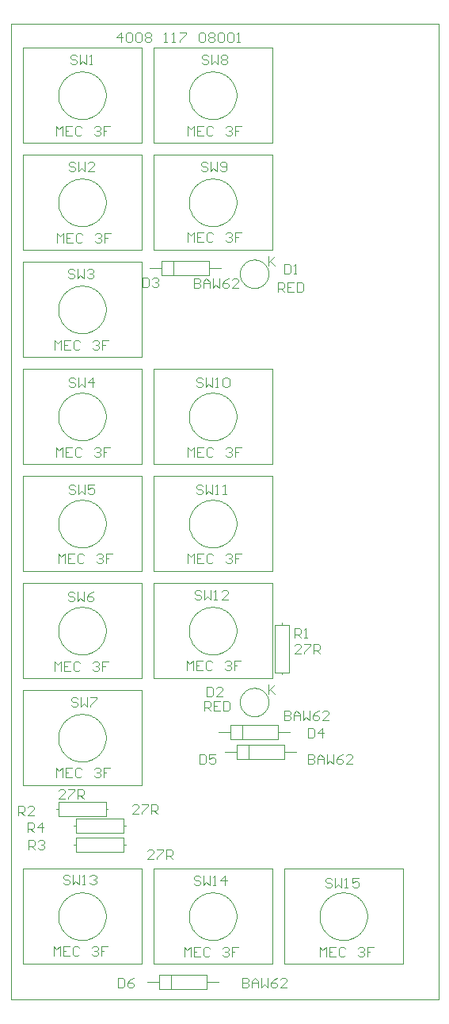
<source format=gto>
*%FSLAX23Y23*%
*%MOIN*%
G01*
D11*
X10295Y7405D02*
X10322D01*
X10295D02*
X10322Y7432D01*
Y7438D01*
X10315Y7445D01*
X10302D01*
X10295Y7438D01*
X10335Y7445D02*
X10362D01*
Y7438D01*
X10335Y7412D01*
Y7405D01*
X10375D02*
Y7445D01*
X10395D01*
X10402Y7438D01*
Y7425D01*
X10395Y7418D01*
X10375D01*
X10388D02*
X10402Y7405D01*
X10295Y7470D02*
Y7510D01*
X10315D01*
X10322Y7503D01*
Y7490D01*
X10315Y7483D01*
X10295D01*
X10308D02*
X10322Y7470D01*
X10335D02*
X10348D01*
X10342D01*
Y7510D01*
X10343D01*
X10342D02*
X10335Y7503D01*
X9327Y6795D02*
X9300D01*
X9327Y6822D01*
Y6828D01*
X9320Y6835D01*
X9307D01*
X9300Y6828D01*
X9340Y6835D02*
X9367D01*
Y6828D01*
X9340Y6802D01*
Y6795D01*
X9380D02*
Y6835D01*
X9400D01*
X9407Y6828D01*
Y6815D01*
X9400Y6808D01*
X9380D01*
X9393D02*
X9407Y6795D01*
X9170Y6695D02*
Y6655D01*
Y6695D02*
X9190D01*
X9197Y6688D01*
Y6675D01*
X9190Y6668D01*
X9170D01*
X9183D02*
X9197Y6655D01*
X9230D02*
Y6695D01*
X9210Y6675D01*
X9237D01*
X9610Y6730D02*
X9637D01*
X9610D02*
X9637Y6757D01*
Y6763D01*
X9630Y6770D01*
X9617D01*
X9610Y6763D01*
X9650Y6770D02*
X9677D01*
Y6763D01*
X9650Y6737D01*
Y6730D01*
X9690D02*
Y6770D01*
X9710D01*
X9717Y6763D01*
Y6750D01*
X9710Y6743D01*
X9690D01*
X9703D02*
X9717Y6730D01*
X9130Y6725D02*
Y6765D01*
X9150D01*
X9157Y6758D01*
Y6745D01*
X9150Y6738D01*
X9130D01*
X9143D02*
X9157Y6725D01*
X9170D02*
X9197D01*
X9170D02*
X9197Y6752D01*
Y6758D01*
X9190Y6765D01*
X9177D01*
X9170Y6758D01*
X9675Y6540D02*
X9702D01*
X9675D02*
X9702Y6567D01*
Y6573D01*
X9695Y6580D01*
X9682D01*
X9675Y6573D01*
X9715Y6580D02*
X9742D01*
Y6573D01*
X9715Y6547D01*
Y6540D01*
X9755D02*
Y6580D01*
X9775D01*
X9782Y6573D01*
Y6560D01*
X9775Y6553D01*
X9755D01*
X9768D02*
X9782Y6540D01*
X9175Y6580D02*
Y6620D01*
X9195D01*
X9202Y6613D01*
Y6600D01*
X9195Y6593D01*
X9175D01*
X9188D02*
X9202Y6580D01*
X9215Y6613D02*
X9222Y6620D01*
X9235D01*
X9242Y6613D01*
Y6607D01*
X9243D01*
X9242D02*
X9243D01*
X9242D02*
X9243D01*
X9242D02*
X9235Y6600D01*
X9228D01*
X9235D01*
X9242Y6593D01*
Y6587D01*
X9235Y6580D01*
X9222D01*
X9215Y6587D01*
D13*
X10185Y9000D02*
X10185Y8997D01*
X10185Y8993D01*
X10184Y8990D01*
X10184Y8987D01*
X10183Y8984D01*
X10182Y8981D01*
X10181Y8977D01*
X10179Y8974D01*
X10178Y8971D01*
X10176Y8969D01*
X10174Y8966D01*
X10172Y8963D01*
X10170Y8961D01*
X10168Y8958D01*
X10166Y8956D01*
X10163Y8954D01*
X10161Y8952D01*
X10158Y8950D01*
X10155Y8948D01*
X10152Y8946D01*
X10149Y8945D01*
X10146Y8944D01*
X10143Y8943D01*
X10140Y8942D01*
X10137Y8941D01*
X10133Y8941D01*
X10130Y8940D01*
X10127Y8940D01*
X10123D01*
X10120Y8940D01*
X10117Y8941D01*
X10113Y8941D01*
X10110Y8942D01*
X10107Y8943D01*
X10104Y8944D01*
X10101Y8945D01*
X10098Y8946D01*
X10095Y8948D01*
X10092Y8950D01*
X10089Y8952D01*
X10087Y8954D01*
X10084Y8956D01*
X10082Y8958D01*
X10080Y8961D01*
X10078Y8963D01*
X10076Y8966D01*
X10074Y8969D01*
X10072Y8971D01*
X10071Y8974D01*
X10069Y8977D01*
X10068Y8981D01*
X10067Y8984D01*
X10066Y8987D01*
X10066Y8990D01*
X10065Y8993D01*
X10065Y8997D01*
X10065Y9000D01*
X10065Y9003D01*
X10065Y9007D01*
X10066Y9010D01*
X10066Y9013D01*
X10067Y9016D01*
X10068Y9019D01*
X10069Y9023D01*
X10071Y9026D01*
X10072Y9029D01*
X10074Y9031D01*
X10076Y9034D01*
X10078Y9037D01*
X10080Y9039D01*
X10082Y9042D01*
X10084Y9044D01*
X10087Y9046D01*
X10089Y9048D01*
X10092Y9050D01*
X10095Y9052D01*
X10098Y9054D01*
X10101Y9055D01*
X10104Y9056D01*
X10107Y9057D01*
X10110Y9058D01*
X10113Y9059D01*
X10117Y9059D01*
X10120Y9060D01*
X10123Y9060D01*
X10127D01*
X10130Y9060D01*
X10133Y9059D01*
X10137Y9059D01*
X10140Y9058D01*
X10143Y9057D01*
X10146Y9056D01*
X10149Y9055D01*
X10152Y9054D01*
X10155Y9052D01*
X10158Y9050D01*
X10161Y9048D01*
X10163Y9046D01*
X10166Y9044D01*
X10168Y9042D01*
X10170Y9039D01*
X10172Y9037D01*
X10174Y9034D01*
X10176Y9031D01*
X10178Y9029D01*
X10179Y9026D01*
X10181Y9023D01*
X10182Y9019D01*
X10183Y9016D01*
X10184Y9013D01*
X10184Y9010D01*
X10185Y9007D01*
X10185Y9003D01*
X10185Y9000D01*
Y9035D02*
Y9075D01*
Y9048D02*
Y9035D01*
Y9048D02*
X10212Y9075D01*
X10192Y9055D01*
X10212Y9035D01*
X10225Y8965D02*
Y8925D01*
Y8965D02*
X10245D01*
X10252Y8958D01*
Y8945D01*
X10245Y8938D01*
X10225D01*
X10238D02*
X10252Y8925D01*
X10265Y8965D02*
X10292D01*
X10265D02*
Y8925D01*
X10292D01*
X10278Y8945D02*
X10265D01*
X10305Y8925D02*
Y8965D01*
Y8925D02*
X10325D01*
X10332Y8932D01*
Y8958D01*
X10325Y8965D01*
X10305D01*
X10250Y9000D02*
Y9040D01*
Y9000D02*
X10270D01*
X10277Y9007D01*
Y9033D01*
X10270Y9040D01*
X10250D01*
X10290Y9000D02*
X10303D01*
X10297D01*
Y9040D01*
X10298D01*
X10297D02*
X10290Y9033D01*
X9785Y9055D02*
Y8995D01*
X9935Y9025D02*
Y9055D01*
X9735D02*
Y8995D01*
X9935D02*
Y9025D01*
Y9055D02*
X9735D01*
Y8995D02*
X9935D01*
X9735Y9025D02*
X9685D01*
X9935D02*
X9985D01*
X9870Y8980D02*
Y8940D01*
X9890D01*
X9897Y8947D01*
Y8953D01*
X9890Y8960D01*
X9870D01*
X9871D01*
X9870D02*
X9871D01*
X9870D02*
X9871D01*
X9870D02*
X9890D01*
X9897Y8967D01*
Y8973D01*
X9890Y8980D01*
X9870D01*
X9910Y8967D02*
Y8940D01*
Y8967D02*
X9923Y8980D01*
X9937Y8967D01*
Y8940D01*
Y8960D01*
X9910D01*
X9950Y8940D02*
Y8980D01*
X9963Y8953D02*
X9950Y8940D01*
X9963Y8953D02*
X9977Y8940D01*
Y8980D01*
X10003Y8973D02*
X10017Y8980D01*
X10003Y8973D02*
X9990Y8960D01*
Y8947D01*
X9997Y8940D01*
X10010D01*
X10017Y8947D01*
Y8953D01*
X10010Y8960D01*
X9990D01*
X10030Y8940D02*
X10057D01*
X10030D02*
X10057Y8967D01*
Y8973D01*
X10050Y8980D01*
X10037D01*
X10030Y8973D01*
X9655Y8985D02*
Y8945D01*
X9675D01*
X9682Y8952D01*
Y8978D01*
X9675Y8985D01*
X9655D01*
X9695Y8978D02*
X9702Y8985D01*
X9715D01*
X9722Y8978D01*
Y8972D01*
X9723D01*
X9722D02*
X9723D01*
X9722D02*
X9723D01*
X9722D02*
X9715Y8965D01*
X9708D01*
X9715D01*
X9722Y8958D01*
Y8952D01*
X9715Y8945D01*
X9702D01*
X9695Y8952D01*
X10185Y7200D02*
X10185Y7197D01*
X10185Y7193D01*
X10184Y7190D01*
X10184Y7187D01*
X10183Y7184D01*
X10182Y7181D01*
X10181Y7177D01*
X10179Y7174D01*
X10178Y7171D01*
X10176Y7169D01*
X10174Y7166D01*
X10172Y7163D01*
X10170Y7161D01*
X10168Y7158D01*
X10166Y7156D01*
X10163Y7154D01*
X10161Y7152D01*
X10158Y7150D01*
X10155Y7148D01*
X10152Y7146D01*
X10149Y7145D01*
X10146Y7144D01*
X10143Y7143D01*
X10140Y7142D01*
X10137Y7141D01*
X10133Y7141D01*
X10130Y7140D01*
X10127Y7140D01*
X10123D01*
X10120Y7140D01*
X10117Y7141D01*
X10113Y7141D01*
X10110Y7142D01*
X10107Y7143D01*
X10104Y7144D01*
X10101Y7145D01*
X10098Y7146D01*
X10095Y7148D01*
X10092Y7150D01*
X10089Y7152D01*
X10087Y7154D01*
X10084Y7156D01*
X10082Y7158D01*
X10080Y7161D01*
X10078Y7163D01*
X10076Y7166D01*
X10074Y7169D01*
X10072Y7171D01*
X10071Y7174D01*
X10069Y7177D01*
X10068Y7181D01*
X10067Y7184D01*
X10066Y7187D01*
X10066Y7190D01*
X10065Y7193D01*
X10065Y7197D01*
X10065Y7200D01*
X10065Y7203D01*
X10065Y7207D01*
X10066Y7210D01*
X10066Y7213D01*
X10067Y7216D01*
X10068Y7219D01*
X10069Y7223D01*
X10071Y7226D01*
X10072Y7229D01*
X10074Y7231D01*
X10076Y7234D01*
X10078Y7237D01*
X10080Y7239D01*
X10082Y7242D01*
X10084Y7244D01*
X10087Y7246D01*
X10089Y7248D01*
X10092Y7250D01*
X10095Y7252D01*
X10098Y7254D01*
X10101Y7255D01*
X10104Y7256D01*
X10107Y7257D01*
X10110Y7258D01*
X10113Y7259D01*
X10117Y7259D01*
X10120Y7260D01*
X10123Y7260D01*
X10127D01*
X10130Y7260D01*
X10133Y7259D01*
X10137Y7259D01*
X10140Y7258D01*
X10143Y7257D01*
X10146Y7256D01*
X10149Y7255D01*
X10152Y7254D01*
X10155Y7252D01*
X10158Y7250D01*
X10161Y7248D01*
X10163Y7246D01*
X10166Y7244D01*
X10168Y7242D01*
X10170Y7239D01*
X10172Y7237D01*
X10174Y7234D01*
X10176Y7231D01*
X10178Y7229D01*
X10179Y7226D01*
X10181Y7223D01*
X10182Y7219D01*
X10183Y7216D01*
X10184Y7213D01*
X10184Y7210D01*
X10185Y7207D01*
X10185Y7203D01*
X10185Y7200D01*
Y7235D02*
Y7275D01*
Y7248D02*
Y7235D01*
Y7248D02*
X10212Y7275D01*
X10192Y7255D01*
X10212Y7235D01*
X9915Y7205D02*
Y7165D01*
Y7205D02*
X9935D01*
X9942Y7198D01*
Y7185D01*
X9935Y7178D01*
X9915D01*
X9928D02*
X9942Y7165D01*
X9955Y7205D02*
X9982D01*
X9955D02*
Y7165D01*
X9982D01*
X9968Y7185D02*
X9955D01*
X9995Y7165D02*
Y7205D01*
Y7165D02*
X10015D01*
X10022Y7172D01*
Y7198D01*
X10015Y7205D01*
X9995D01*
X9925Y7225D02*
Y7265D01*
Y7225D02*
X9945D01*
X9952Y7232D01*
Y7258D01*
X9945Y7265D01*
X9925D01*
X9965Y7225D02*
X9992D01*
X9965D02*
X9992Y7252D01*
Y7258D01*
X9985Y7265D01*
X9972D01*
X9965Y7258D01*
X10075Y7105D02*
Y7045D01*
X10225Y7075D02*
Y7105D01*
X10025D02*
Y7045D01*
X10225D02*
Y7075D01*
Y7105D02*
X10025D01*
Y7045D02*
X10225D01*
X10025Y7075D02*
X9975D01*
X10225D02*
X10275D01*
X10350Y6980D02*
Y6940D01*
X10370D01*
X10377Y6947D01*
Y6953D01*
X10370Y6960D01*
X10350D01*
X10351D01*
X10350D02*
X10351D01*
X10350D02*
X10351D01*
X10350D02*
X10370D01*
X10377Y6967D01*
Y6973D01*
X10370Y6980D01*
X10350D01*
X10390Y6967D02*
Y6940D01*
Y6967D02*
X10403Y6980D01*
X10417Y6967D01*
Y6940D01*
Y6960D01*
X10390D01*
X10430Y6940D02*
Y6980D01*
X10443Y6953D02*
X10430Y6940D01*
X10443Y6953D02*
X10457Y6940D01*
Y6980D01*
X10483Y6973D02*
X10497Y6980D01*
X10483Y6973D02*
X10470Y6960D01*
Y6947D01*
X10477Y6940D01*
X10490D01*
X10497Y6947D01*
Y6953D01*
X10490Y6960D01*
X10470D01*
X10510Y6940D02*
X10537D01*
X10510D02*
X10537Y6967D01*
Y6973D01*
X10530Y6980D01*
X10517D01*
X10510Y6973D01*
X10350Y7050D02*
Y7090D01*
Y7050D02*
X10370D01*
X10377Y7057D01*
Y7083D01*
X10370Y7090D01*
X10350D01*
X10410D02*
Y7050D01*
X10390Y7070D02*
X10410Y7090D01*
X10417Y7070D02*
X10390D01*
X10100Y7020D02*
Y6960D01*
X10250Y6990D02*
Y7020D01*
X10050D02*
Y6960D01*
X10250D02*
Y6990D01*
Y7020D02*
X10050D01*
Y6960D02*
X10250D01*
X10050Y6990D02*
X10000D01*
X10250D02*
X10300D01*
X10250Y7125D02*
Y7165D01*
Y7125D02*
X10270D01*
X10277Y7132D01*
Y7138D01*
X10270Y7145D01*
X10250D01*
X10251D01*
X10250D02*
X10251D01*
X10250D02*
X10251D01*
X10250D02*
X10270D01*
X10277Y7152D01*
Y7158D01*
X10270Y7165D01*
X10250D01*
X10290Y7152D02*
Y7125D01*
Y7152D02*
X10303Y7165D01*
X10317Y7152D01*
Y7125D01*
Y7145D01*
X10290D01*
X10330Y7125D02*
Y7165D01*
X10343Y7138D02*
X10330Y7125D01*
X10343Y7138D02*
X10357Y7125D01*
Y7165D01*
X10383Y7158D02*
X10397Y7165D01*
X10383Y7158D02*
X10370Y7145D01*
Y7132D01*
X10377Y7125D01*
X10390D01*
X10397Y7132D01*
Y7138D01*
X10390Y7145D01*
X10370D01*
X10410Y7125D02*
X10437D01*
X10410D02*
X10437Y7152D01*
Y7158D01*
X10430Y7165D01*
X10417D01*
X10410Y7158D01*
X9895Y6980D02*
Y6940D01*
X9915D01*
X9922Y6947D01*
Y6973D01*
X9915Y6980D01*
X9895D01*
X9935D02*
X9962D01*
X9935D02*
Y6960D01*
X9948Y6967D01*
X9955D01*
X9962Y6960D01*
Y6947D01*
X9955Y6940D01*
X9942D01*
X9935Y6947D01*
X10242Y7525D02*
Y7534D01*
Y7325D02*
Y7316D01*
X10272Y7325D02*
Y7525D01*
X10212D02*
Y7325D01*
X10242Y7525D02*
X10272D01*
Y7325D02*
X10212D01*
Y7525D02*
X10242D01*
X9775Y6055D02*
Y5995D01*
X9925Y6025D02*
Y6055D01*
X9725D02*
Y5995D01*
X9925D02*
Y6025D01*
Y6055D02*
X9725D01*
Y5995D02*
X9925D01*
X9725Y6025D02*
X9675D01*
X9925D02*
X9975D01*
X10075Y6040D02*
Y6000D01*
X10095D01*
X10102Y6007D01*
Y6013D01*
X10095Y6020D01*
X10075D01*
X10076D01*
X10075D02*
X10076D01*
X10075D02*
X10076D01*
X10075D02*
X10095D01*
X10102Y6027D01*
Y6033D01*
X10095Y6040D01*
X10075D01*
X10115Y6027D02*
Y6000D01*
Y6027D02*
X10128Y6040D01*
X10142Y6027D01*
Y6000D01*
Y6020D01*
X10115D01*
X10155Y6000D02*
Y6040D01*
X10168Y6013D02*
X10155Y6000D01*
X10168Y6013D02*
X10182Y6000D01*
Y6040D01*
X10208Y6033D02*
X10222Y6040D01*
X10208Y6033D02*
X10195Y6020D01*
Y6007D01*
X10202Y6000D01*
X10215D01*
X10222Y6007D01*
Y6013D01*
X10215Y6020D01*
X10195D01*
X10235Y6000D02*
X10262D01*
X10235D02*
X10262Y6027D01*
Y6033D01*
X10255Y6040D01*
X10242D01*
X10235Y6033D01*
X9550Y6040D02*
Y6000D01*
X9570D01*
X9577Y6007D01*
Y6033D01*
X9570Y6040D01*
X9550D01*
X9603Y6033D02*
X9617Y6040D01*
X9603Y6033D02*
X9590Y6020D01*
Y6007D01*
X9597Y6000D01*
X9610D01*
X9617Y6007D01*
Y6013D01*
X9610Y6020D01*
X9590D01*
X10600Y6300D02*
X10600Y6297D01*
X10600Y6293D01*
X10600Y6290D01*
X10599Y6287D01*
X10599Y6283D01*
X10598Y6280D01*
X10597Y6277D01*
X10596Y6274D01*
X10596Y6271D01*
X10595Y6267D01*
X10593Y6264D01*
X10592Y6261D01*
X10591Y6258D01*
X10589Y6255D01*
X10588Y6252D01*
X10586Y6249D01*
X10584Y6246D01*
X10583Y6244D01*
X10581Y6241D01*
X10579Y6238D01*
X10577Y6236D01*
X10574Y6233D01*
X10572Y6231D01*
X10570Y6228D01*
X10567Y6226D01*
X10565Y6224D01*
X10562Y6222D01*
X10560Y6220D01*
X10557Y6218D01*
X10554Y6216D01*
X10551Y6214D01*
X10549Y6213D01*
X10546Y6211D01*
X10543Y6210D01*
X10540Y6208D01*
X10537Y6207D01*
X10533Y6206D01*
X10530Y6205D01*
X10527Y6204D01*
X10524Y6203D01*
X10521Y6202D01*
X10517Y6202D01*
X10514Y6201D01*
X10511Y6201D01*
X10507Y6200D01*
X10504Y6200D01*
X10501Y6200D01*
X10498Y6200D01*
X10494Y6200D01*
X10491Y6200D01*
X10488Y6201D01*
X10484Y6201D01*
X10481Y6202D01*
X10478Y6203D01*
X10475Y6203D01*
X10471Y6204D01*
X10468Y6205D01*
X10465Y6206D01*
X10462Y6208D01*
X10459Y6209D01*
X10456Y6210D01*
X10453Y6212D01*
X10450Y6213D01*
X10447Y6215D01*
X10444Y6217D01*
X10442Y6219D01*
X10439Y6221D01*
X10436Y6223D01*
X10434Y6225D01*
X10431Y6227D01*
X10429Y6230D01*
X10427Y6232D01*
X10424Y6234D01*
X10422Y6237D01*
X10420Y6240D01*
X10418Y6242D01*
X10416Y6245D01*
X10415Y6248D01*
X10413Y6251D01*
X10411Y6254D01*
X10410Y6257D01*
X10409Y6260D01*
X10407Y6263D01*
X10406Y6266D01*
X10405Y6269D01*
X10404Y6272D01*
X10403Y6275D01*
X10402Y6279D01*
X10402Y6282D01*
X10401Y6285D01*
X10401Y6288D01*
X10400Y6292D01*
X10400Y6295D01*
X10400Y6298D01*
Y6302D01*
X10400Y6305D01*
X10400Y6308D01*
X10401Y6312D01*
X10401Y6315D01*
X10402Y6318D01*
X10402Y6321D01*
X10403Y6325D01*
X10404Y6328D01*
X10405Y6331D01*
X10406Y6334D01*
X10407Y6337D01*
X10409Y6340D01*
X10410Y6343D01*
X10411Y6346D01*
X10413Y6349D01*
X10415Y6352D01*
X10416Y6355D01*
X10418Y6358D01*
X10420Y6360D01*
X10422Y6363D01*
X10424Y6366D01*
X10427Y6368D01*
X10429Y6370D01*
X10431Y6373D01*
X10434Y6375D01*
X10436Y6377D01*
X10439Y6379D01*
X10442Y6381D01*
X10444Y6383D01*
X10447Y6385D01*
X10450Y6387D01*
X10453Y6388D01*
X10456Y6390D01*
X10459Y6391D01*
X10462Y6392D01*
X10465Y6394D01*
X10468Y6395D01*
X10471Y6396D01*
X10475Y6397D01*
X10478Y6397D01*
X10481Y6398D01*
X10484Y6399D01*
X10488Y6399D01*
X10491Y6400D01*
X10494Y6400D01*
X10498Y6400D01*
X10501Y6400D01*
X10504Y6400D01*
X10507Y6400D01*
X10511Y6399D01*
X10514Y6399D01*
X10517Y6398D01*
X10521Y6398D01*
X10524Y6397D01*
X10527Y6396D01*
X10530Y6395D01*
X10533Y6394D01*
X10537Y6393D01*
X10540Y6392D01*
X10543Y6390D01*
X10546Y6389D01*
X10549Y6387D01*
X10551Y6386D01*
X10554Y6384D01*
X10557Y6382D01*
X10560Y6380D01*
X10562Y6378D01*
X10565Y6376D01*
X10567Y6374D01*
X10570Y6372D01*
X10572Y6369D01*
X10574Y6367D01*
X10577Y6364D01*
X10579Y6362D01*
X10581Y6359D01*
X10583Y6356D01*
X10584Y6354D01*
X10586Y6351D01*
X10588Y6348D01*
X10589Y6345D01*
X10591Y6342D01*
X10592Y6339D01*
X10593Y6336D01*
X10595Y6333D01*
X10596Y6329D01*
X10596Y6326D01*
X10597Y6323D01*
X10598Y6320D01*
X10599Y6317D01*
X10599Y6313D01*
X10600Y6310D01*
X10600Y6307D01*
X10600Y6303D01*
X10600Y6300D01*
X10250Y6100D02*
Y6500D01*
Y6100D02*
X10750D01*
Y6500D02*
X10250D01*
X10750D02*
Y6100D01*
X10400Y6130D02*
Y6170D01*
X10413Y6157D01*
X10427Y6170D01*
Y6130D01*
X10440Y6170D02*
X10467D01*
X10440D02*
Y6130D01*
X10467D01*
X10453Y6150D02*
X10440D01*
X10500Y6170D02*
X10507Y6163D01*
X10500Y6170D02*
X10487D01*
X10480Y6163D01*
Y6137D01*
X10487Y6130D01*
X10500D01*
X10507Y6137D01*
X10560Y6163D02*
X10567Y6170D01*
X10580D01*
X10587Y6163D01*
Y6157D01*
X10588D01*
X10587D02*
X10588D01*
X10587D02*
X10588D01*
X10587D02*
X10580Y6150D01*
X10573D01*
X10580D01*
X10587Y6143D01*
Y6137D01*
X10580Y6130D01*
X10567D01*
X10560Y6137D01*
X10600Y6170D02*
X10627D01*
X10600D02*
Y6150D01*
X10613D01*
X10600D01*
Y6130D01*
X10452Y6453D02*
X10445Y6460D01*
X10432D01*
X10425Y6453D01*
Y6447D01*
X10432Y6440D01*
X10445D01*
X10452Y6433D01*
Y6427D01*
X10445Y6420D01*
X10432D01*
X10425Y6427D01*
X10465Y6420D02*
Y6460D01*
X10478Y6433D02*
X10465Y6420D01*
X10478Y6433D02*
X10492Y6420D01*
Y6460D01*
X10505Y6420D02*
X10518D01*
X10512D01*
Y6460D01*
X10513D01*
X10512D02*
X10505Y6453D01*
X10538Y6460D02*
X10565D01*
X10538D02*
Y6440D01*
X10552Y6447D01*
X10558D01*
X10565Y6440D01*
Y6427D01*
X10558Y6420D01*
X10545D01*
X10538Y6427D01*
X10050Y9750D02*
X10050Y9747D01*
X10050Y9743D01*
X10050Y9740D01*
X10049Y9737D01*
X10049Y9733D01*
X10048Y9730D01*
X10047Y9727D01*
X10046Y9724D01*
X10046Y9721D01*
X10045Y9717D01*
X10043Y9714D01*
X10042Y9711D01*
X10041Y9708D01*
X10039Y9705D01*
X10038Y9702D01*
X10036Y9699D01*
X10034Y9696D01*
X10033Y9694D01*
X10031Y9691D01*
X10029Y9688D01*
X10027Y9686D01*
X10024Y9683D01*
X10022Y9681D01*
X10020Y9678D01*
X10017Y9676D01*
X10015Y9674D01*
X10012Y9672D01*
X10010Y9670D01*
X10007Y9668D01*
X10004Y9666D01*
X10001Y9664D01*
X9999Y9663D01*
X9996Y9661D01*
X9993Y9660D01*
X9990Y9658D01*
X9987Y9657D01*
X9983Y9656D01*
X9980Y9655D01*
X9977Y9654D01*
X9974Y9653D01*
X9971Y9652D01*
X9967Y9652D01*
X9964Y9651D01*
X9961Y9651D01*
X9957Y9650D01*
X9954Y9650D01*
X9951Y9650D01*
X9948Y9650D01*
X9944Y9650D01*
X9941Y9650D01*
X9938Y9651D01*
X9934Y9651D01*
X9931Y9652D01*
X9928Y9653D01*
X9925Y9653D01*
X9921Y9654D01*
X9918Y9655D01*
X9915Y9656D01*
X9912Y9658D01*
X9909Y9659D01*
X9906Y9660D01*
X9903Y9662D01*
X9900Y9663D01*
X9897Y9665D01*
X9894Y9667D01*
X9892Y9669D01*
X9889Y9671D01*
X9886Y9673D01*
X9884Y9675D01*
X9881Y9677D01*
X9879Y9680D01*
X9877Y9682D01*
X9874Y9684D01*
X9872Y9687D01*
X9870Y9690D01*
X9868Y9692D01*
X9866Y9695D01*
X9865Y9698D01*
X9863Y9701D01*
X9861Y9704D01*
X9860Y9707D01*
X9859Y9710D01*
X9857Y9713D01*
X9856Y9716D01*
X9855Y9719D01*
X9854Y9722D01*
X9853Y9725D01*
X9852Y9729D01*
X9852Y9732D01*
X9851Y9735D01*
X9851Y9738D01*
X9850Y9742D01*
X9850Y9745D01*
X9850Y9748D01*
Y9752D01*
X9850Y9755D01*
X9850Y9758D01*
X9851Y9762D01*
X9851Y9765D01*
X9852Y9768D01*
X9852Y9771D01*
X9853Y9775D01*
X9854Y9778D01*
X9855Y9781D01*
X9856Y9784D01*
X9857Y9787D01*
X9859Y9790D01*
X9860Y9793D01*
X9861Y9796D01*
X9863Y9799D01*
X9865Y9802D01*
X9866Y9805D01*
X9868Y9808D01*
X9870Y9810D01*
X9872Y9813D01*
X9874Y9816D01*
X9877Y9818D01*
X9879Y9820D01*
X9881Y9823D01*
X9884Y9825D01*
X9886Y9827D01*
X9889Y9829D01*
X9892Y9831D01*
X9894Y9833D01*
X9897Y9835D01*
X9900Y9837D01*
X9903Y9838D01*
X9906Y9840D01*
X9909Y9841D01*
X9912Y9842D01*
X9915Y9844D01*
X9918Y9845D01*
X9921Y9846D01*
X9925Y9847D01*
X9928Y9847D01*
X9931Y9848D01*
X9934Y9849D01*
X9938Y9849D01*
X9941Y9850D01*
X9944Y9850D01*
X9948Y9850D01*
X9951Y9850D01*
X9954Y9850D01*
X9957Y9850D01*
X9961Y9849D01*
X9964Y9849D01*
X9967Y9848D01*
X9971Y9848D01*
X9974Y9847D01*
X9977Y9846D01*
X9980Y9845D01*
X9983Y9844D01*
X9987Y9843D01*
X9990Y9842D01*
X9993Y9840D01*
X9996Y9839D01*
X9999Y9837D01*
X10001Y9836D01*
X10004Y9834D01*
X10007Y9832D01*
X10010Y9830D01*
X10012Y9828D01*
X10015Y9826D01*
X10017Y9824D01*
X10020Y9822D01*
X10022Y9819D01*
X10024Y9817D01*
X10027Y9814D01*
X10029Y9812D01*
X10031Y9809D01*
X10033Y9806D01*
X10034Y9804D01*
X10036Y9801D01*
X10038Y9798D01*
X10039Y9795D01*
X10041Y9792D01*
X10042Y9789D01*
X10043Y9786D01*
X10045Y9783D01*
X10046Y9779D01*
X10046Y9776D01*
X10047Y9773D01*
X10048Y9770D01*
X10049Y9767D01*
X10049Y9763D01*
X10050Y9760D01*
X10050Y9757D01*
X10050Y9753D01*
X10050Y9750D01*
X9700Y9550D02*
Y9950D01*
Y9550D02*
X10200D01*
Y9950D02*
X9700D01*
X10200D02*
Y9550D01*
X9845Y9580D02*
Y9620D01*
X9858Y9607D01*
X9872Y9620D01*
Y9580D01*
X9885Y9620D02*
X9912D01*
X9885D02*
Y9580D01*
X9912D01*
X9898Y9600D02*
X9885D01*
X9945Y9620D02*
X9952Y9613D01*
X9945Y9620D02*
X9932D01*
X9925Y9613D01*
Y9587D01*
X9932Y9580D01*
X9945D01*
X9952Y9587D01*
X10005Y9613D02*
X10012Y9620D01*
X10025D01*
X10032Y9613D01*
Y9607D01*
X10033D01*
X10032D02*
X10033D01*
X10032D02*
X10033D01*
X10032D02*
X10025Y9600D01*
X10018D01*
X10025D01*
X10032Y9593D01*
Y9587D01*
X10025Y9580D01*
X10012D01*
X10005Y9587D01*
X10045Y9620D02*
X10072D01*
X10045D02*
Y9600D01*
X10058D01*
X10045D01*
Y9580D01*
X9932Y9913D02*
X9925Y9920D01*
X9912D01*
X9905Y9913D01*
Y9907D01*
X9912Y9900D01*
X9925D01*
X9932Y9893D01*
Y9887D01*
X9925Y9880D01*
X9912D01*
X9905Y9887D01*
X9945Y9880D02*
Y9920D01*
X9958Y9893D02*
X9945Y9880D01*
X9958Y9893D02*
X9972Y9880D01*
Y9920D01*
X9985Y9913D02*
X9992Y9920D01*
X10005D01*
X10012Y9913D01*
Y9907D01*
X10005Y9900D01*
X10012Y9893D01*
Y9887D01*
X10005Y9880D01*
X9992D01*
X9985Y9887D01*
Y9893D01*
X9992Y9900D01*
X9985Y9907D01*
Y9913D01*
X9992Y9900D02*
X10005D01*
X9500Y9750D02*
X9500Y9747D01*
X9500Y9743D01*
X9500Y9740D01*
X9499Y9737D01*
X9499Y9733D01*
X9498Y9730D01*
X9497Y9727D01*
X9496Y9724D01*
X9496Y9721D01*
X9495Y9717D01*
X9493Y9714D01*
X9492Y9711D01*
X9491Y9708D01*
X9489Y9705D01*
X9488Y9702D01*
X9486Y9699D01*
X9484Y9696D01*
X9483Y9694D01*
X9481Y9691D01*
X9479Y9688D01*
X9477Y9686D01*
X9474Y9683D01*
X9472Y9681D01*
X9470Y9678D01*
X9467Y9676D01*
X9465Y9674D01*
X9462Y9672D01*
X9460Y9670D01*
X9457Y9668D01*
X9454Y9666D01*
X9451Y9664D01*
X9449Y9663D01*
X9446Y9661D01*
X9443Y9660D01*
X9440Y9658D01*
X9437Y9657D01*
X9433Y9656D01*
X9430Y9655D01*
X9427Y9654D01*
X9424Y9653D01*
X9421Y9652D01*
X9417Y9652D01*
X9414Y9651D01*
X9411Y9651D01*
X9407Y9650D01*
X9404Y9650D01*
X9401Y9650D01*
X9398Y9650D01*
X9394Y9650D01*
X9391Y9650D01*
X9388Y9651D01*
X9384Y9651D01*
X9381Y9652D01*
X9378Y9653D01*
X9375Y9653D01*
X9371Y9654D01*
X9368Y9655D01*
X9365Y9656D01*
X9362Y9658D01*
X9359Y9659D01*
X9356Y9660D01*
X9353Y9662D01*
X9350Y9663D01*
X9347Y9665D01*
X9344Y9667D01*
X9342Y9669D01*
X9339Y9671D01*
X9336Y9673D01*
X9334Y9675D01*
X9331Y9677D01*
X9329Y9680D01*
X9327Y9682D01*
X9324Y9684D01*
X9322Y9687D01*
X9320Y9690D01*
X9318Y9692D01*
X9316Y9695D01*
X9315Y9698D01*
X9313Y9701D01*
X9311Y9704D01*
X9310Y9707D01*
X9309Y9710D01*
X9307Y9713D01*
X9306Y9716D01*
X9305Y9719D01*
X9304Y9722D01*
X9303Y9725D01*
X9302Y9729D01*
X9302Y9732D01*
X9301Y9735D01*
X9301Y9738D01*
X9300Y9742D01*
X9300Y9745D01*
X9300Y9748D01*
Y9752D01*
X9300Y9755D01*
X9300Y9758D01*
X9301Y9762D01*
X9301Y9765D01*
X9302Y9768D01*
X9302Y9771D01*
X9303Y9775D01*
X9304Y9778D01*
X9305Y9781D01*
X9306Y9784D01*
X9307Y9787D01*
X9309Y9790D01*
X9310Y9793D01*
X9311Y9796D01*
X9313Y9799D01*
X9315Y9802D01*
X9316Y9805D01*
X9318Y9808D01*
X9320Y9810D01*
X9322Y9813D01*
X9324Y9816D01*
X9327Y9818D01*
X9329Y9820D01*
X9331Y9823D01*
X9334Y9825D01*
X9336Y9827D01*
X9339Y9829D01*
X9342Y9831D01*
X9344Y9833D01*
X9347Y9835D01*
X9350Y9837D01*
X9353Y9838D01*
X9356Y9840D01*
X9359Y9841D01*
X9362Y9842D01*
X9365Y9844D01*
X9368Y9845D01*
X9371Y9846D01*
X9375Y9847D01*
X9378Y9847D01*
X9381Y9848D01*
X9384Y9849D01*
X9388Y9849D01*
X9391Y9850D01*
X9394Y9850D01*
X9398Y9850D01*
X9401Y9850D01*
X9404Y9850D01*
X9407Y9850D01*
X9411Y9849D01*
X9414Y9849D01*
X9417Y9848D01*
X9421Y9848D01*
X9424Y9847D01*
X9427Y9846D01*
X9430Y9845D01*
X9433Y9844D01*
X9437Y9843D01*
X9440Y9842D01*
X9443Y9840D01*
X9446Y9839D01*
X9449Y9837D01*
X9451Y9836D01*
X9454Y9834D01*
X9457Y9832D01*
X9460Y9830D01*
X9462Y9828D01*
X9465Y9826D01*
X9467Y9824D01*
X9470Y9822D01*
X9472Y9819D01*
X9474Y9817D01*
X9477Y9814D01*
X9479Y9812D01*
X9481Y9809D01*
X9483Y9806D01*
X9484Y9804D01*
X9486Y9801D01*
X9488Y9798D01*
X9489Y9795D01*
X9491Y9792D01*
X9492Y9789D01*
X9493Y9786D01*
X9495Y9783D01*
X9496Y9779D01*
X9496Y9776D01*
X9497Y9773D01*
X9498Y9770D01*
X9499Y9767D01*
X9499Y9763D01*
X9500Y9760D01*
X9500Y9757D01*
X9500Y9753D01*
X9500Y9750D01*
X9150Y9550D02*
Y9950D01*
Y9550D02*
X9650D01*
Y9950D02*
X9150D01*
X9650D02*
Y9550D01*
X9290Y9580D02*
Y9620D01*
X9303Y9607D01*
X9317Y9620D01*
Y9580D01*
X9330Y9620D02*
X9357D01*
X9330D02*
Y9580D01*
X9357D01*
X9343Y9600D02*
X9330D01*
X9390Y9620D02*
X9397Y9613D01*
X9390Y9620D02*
X9377D01*
X9370Y9613D01*
Y9587D01*
X9377Y9580D01*
X9390D01*
X9397Y9587D01*
X9450Y9613D02*
X9457Y9620D01*
X9470D01*
X9477Y9613D01*
Y9607D01*
X9478D01*
X9477D02*
X9478D01*
X9477D02*
X9478D01*
X9477D02*
X9470Y9600D01*
X9463D01*
X9470D01*
X9477Y9593D01*
Y9587D01*
X9470Y9580D01*
X9457D01*
X9450Y9587D01*
X9490Y9620D02*
X9517D01*
X9490D02*
Y9600D01*
X9503D01*
X9490D01*
Y9580D01*
X9377Y9913D02*
X9370Y9920D01*
X9357D01*
X9350Y9913D01*
Y9907D01*
X9357Y9900D01*
X9370D01*
X9377Y9893D01*
Y9887D01*
X9370Y9880D01*
X9357D01*
X9350Y9887D01*
X9390Y9880D02*
Y9920D01*
X9403Y9893D02*
X9390Y9880D01*
X9403Y9893D02*
X9417Y9880D01*
Y9920D01*
X9430Y9880D02*
X9443D01*
X9437D01*
Y9920D01*
X9438D01*
X9437D02*
X9430Y9913D01*
X9500Y9300D02*
X9500Y9297D01*
X9500Y9293D01*
X9500Y9290D01*
X9499Y9287D01*
X9499Y9283D01*
X9498Y9280D01*
X9497Y9277D01*
X9496Y9274D01*
X9496Y9271D01*
X9495Y9267D01*
X9493Y9264D01*
X9492Y9261D01*
X9491Y9258D01*
X9489Y9255D01*
X9488Y9252D01*
X9486Y9249D01*
X9484Y9246D01*
X9483Y9244D01*
X9481Y9241D01*
X9479Y9238D01*
X9477Y9236D01*
X9474Y9233D01*
X9472Y9231D01*
X9470Y9228D01*
X9467Y9226D01*
X9465Y9224D01*
X9462Y9222D01*
X9460Y9220D01*
X9457Y9218D01*
X9454Y9216D01*
X9451Y9214D01*
X9449Y9213D01*
X9446Y9211D01*
X9443Y9210D01*
X9440Y9208D01*
X9437Y9207D01*
X9433Y9206D01*
X9430Y9205D01*
X9427Y9204D01*
X9424Y9203D01*
X9421Y9202D01*
X9417Y9202D01*
X9414Y9201D01*
X9411Y9201D01*
X9407Y9200D01*
X9404Y9200D01*
X9401Y9200D01*
X9398Y9200D01*
X9394Y9200D01*
X9391Y9200D01*
X9388Y9201D01*
X9384Y9201D01*
X9381Y9202D01*
X9378Y9203D01*
X9375Y9203D01*
X9371Y9204D01*
X9368Y9205D01*
X9365Y9206D01*
X9362Y9208D01*
X9359Y9209D01*
X9356Y9210D01*
X9353Y9212D01*
X9350Y9213D01*
X9347Y9215D01*
X9344Y9217D01*
X9342Y9219D01*
X9339Y9221D01*
X9336Y9223D01*
X9334Y9225D01*
X9331Y9227D01*
X9329Y9230D01*
X9327Y9232D01*
X9324Y9234D01*
X9322Y9237D01*
X9320Y9240D01*
X9318Y9242D01*
X9316Y9245D01*
X9315Y9248D01*
X9313Y9251D01*
X9311Y9254D01*
X9310Y9257D01*
X9309Y9260D01*
X9307Y9263D01*
X9306Y9266D01*
X9305Y9269D01*
X9304Y9272D01*
X9303Y9275D01*
X9302Y9279D01*
X9302Y9282D01*
X9301Y9285D01*
X9301Y9288D01*
X9300Y9292D01*
X9300Y9295D01*
X9300Y9298D01*
Y9302D01*
X9300Y9305D01*
X9300Y9308D01*
X9301Y9312D01*
X9301Y9315D01*
X9302Y9318D01*
X9302Y9321D01*
X9303Y9325D01*
X9304Y9328D01*
X9305Y9331D01*
X9306Y9334D01*
X9307Y9337D01*
X9309Y9340D01*
X9310Y9343D01*
X9311Y9346D01*
X9313Y9349D01*
X9315Y9352D01*
X9316Y9355D01*
X9318Y9358D01*
X9320Y9360D01*
X9322Y9363D01*
X9324Y9366D01*
X9327Y9368D01*
X9329Y9370D01*
X9331Y9373D01*
X9334Y9375D01*
X9336Y9377D01*
X9339Y9379D01*
X9342Y9381D01*
X9344Y9383D01*
X9347Y9385D01*
X9350Y9387D01*
X9353Y9388D01*
X9356Y9390D01*
X9359Y9391D01*
X9362Y9392D01*
X9365Y9394D01*
X9368Y9395D01*
X9371Y9396D01*
X9375Y9397D01*
X9378Y9397D01*
X9381Y9398D01*
X9384Y9399D01*
X9388Y9399D01*
X9391Y9400D01*
X9394Y9400D01*
X9398Y9400D01*
X9401Y9400D01*
X9404Y9400D01*
X9407Y9400D01*
X9411Y9399D01*
X9414Y9399D01*
X9417Y9398D01*
X9421Y9398D01*
X9424Y9397D01*
X9427Y9396D01*
X9430Y9395D01*
X9433Y9394D01*
X9437Y9393D01*
X9440Y9392D01*
X9443Y9390D01*
X9446Y9389D01*
X9449Y9387D01*
X9451Y9386D01*
X9454Y9384D01*
X9457Y9382D01*
X9460Y9380D01*
X9462Y9378D01*
X9465Y9376D01*
X9467Y9374D01*
X9470Y9372D01*
X9472Y9369D01*
X9474Y9367D01*
X9477Y9364D01*
X9479Y9362D01*
X9481Y9359D01*
X9483Y9356D01*
X9484Y9354D01*
X9486Y9351D01*
X9488Y9348D01*
X9489Y9345D01*
X9491Y9342D01*
X9492Y9339D01*
X9493Y9336D01*
X9495Y9333D01*
X9496Y9329D01*
X9496Y9326D01*
X9497Y9323D01*
X9498Y9320D01*
X9499Y9317D01*
X9499Y9313D01*
X9500Y9310D01*
X9500Y9307D01*
X9500Y9303D01*
X9500Y9300D01*
X9150Y9100D02*
Y9500D01*
Y9100D02*
X9650D01*
Y9500D02*
X9150D01*
X9650D02*
Y9100D01*
X9295Y9130D02*
Y9170D01*
X9308Y9157D01*
X9322Y9170D01*
Y9130D01*
X9335Y9170D02*
X9362D01*
X9335D02*
Y9130D01*
X9362D01*
X9348Y9150D02*
X9335D01*
X9395Y9170D02*
X9402Y9163D01*
X9395Y9170D02*
X9382D01*
X9375Y9163D01*
Y9137D01*
X9382Y9130D01*
X9395D01*
X9402Y9137D01*
X9455Y9163D02*
X9462Y9170D01*
X9475D01*
X9482Y9163D01*
Y9157D01*
X9483D01*
X9482D02*
X9483D01*
X9482D02*
X9483D01*
X9482D02*
X9475Y9150D01*
X9468D01*
X9475D01*
X9482Y9143D01*
Y9137D01*
X9475Y9130D01*
X9462D01*
X9455Y9137D01*
X9495Y9170D02*
X9522D01*
X9495D02*
Y9150D01*
X9508D01*
X9495D01*
Y9130D01*
X9372Y9463D02*
X9365Y9470D01*
X9352D01*
X9345Y9463D01*
Y9457D01*
X9352Y9450D01*
X9365D01*
X9372Y9443D01*
Y9437D01*
X9365Y9430D01*
X9352D01*
X9345Y9437D01*
X9385Y9430D02*
Y9470D01*
X9398Y9443D02*
X9385Y9430D01*
X9398Y9443D02*
X9412Y9430D01*
Y9470D01*
X9425Y9430D02*
X9452D01*
X9425D02*
X9452Y9457D01*
Y9463D01*
X9445Y9470D01*
X9432D01*
X9425Y9463D01*
X10050Y9300D02*
X10050Y9297D01*
X10050Y9293D01*
X10050Y9290D01*
X10049Y9287D01*
X10049Y9283D01*
X10048Y9280D01*
X10047Y9277D01*
X10046Y9274D01*
X10046Y9271D01*
X10045Y9267D01*
X10043Y9264D01*
X10042Y9261D01*
X10041Y9258D01*
X10039Y9255D01*
X10038Y9252D01*
X10036Y9249D01*
X10034Y9246D01*
X10033Y9244D01*
X10031Y9241D01*
X10029Y9238D01*
X10027Y9236D01*
X10024Y9233D01*
X10022Y9231D01*
X10020Y9228D01*
X10017Y9226D01*
X10015Y9224D01*
X10012Y9222D01*
X10010Y9220D01*
X10007Y9218D01*
X10004Y9216D01*
X10001Y9214D01*
X9999Y9213D01*
X9996Y9211D01*
X9993Y9210D01*
X9990Y9208D01*
X9987Y9207D01*
X9983Y9206D01*
X9980Y9205D01*
X9977Y9204D01*
X9974Y9203D01*
X9971Y9202D01*
X9967Y9202D01*
X9964Y9201D01*
X9961Y9201D01*
X9957Y9200D01*
X9954Y9200D01*
X9951Y9200D01*
X9948Y9200D01*
X9944Y9200D01*
X9941Y9200D01*
X9938Y9201D01*
X9934Y9201D01*
X9931Y9202D01*
X9928Y9203D01*
X9925Y9203D01*
X9921Y9204D01*
X9918Y9205D01*
X9915Y9206D01*
X9912Y9208D01*
X9909Y9209D01*
X9906Y9210D01*
X9903Y9212D01*
X9900Y9213D01*
X9897Y9215D01*
X9894Y9217D01*
X9892Y9219D01*
X9889Y9221D01*
X9886Y9223D01*
X9884Y9225D01*
X9881Y9227D01*
X9879Y9230D01*
X9877Y9232D01*
X9874Y9234D01*
X9872Y9237D01*
X9870Y9240D01*
X9868Y9242D01*
X9866Y9245D01*
X9865Y9248D01*
X9863Y9251D01*
X9861Y9254D01*
X9860Y9257D01*
X9859Y9260D01*
X9857Y9263D01*
X9856Y9266D01*
X9855Y9269D01*
X9854Y9272D01*
X9853Y9275D01*
X9852Y9279D01*
X9852Y9282D01*
X9851Y9285D01*
X9851Y9288D01*
X9850Y9292D01*
X9850Y9295D01*
X9850Y9298D01*
Y9302D01*
X9850Y9305D01*
X9850Y9308D01*
X9851Y9312D01*
X9851Y9315D01*
X9852Y9318D01*
X9852Y9321D01*
X9853Y9325D01*
X9854Y9328D01*
X9855Y9331D01*
X9856Y9334D01*
X9857Y9337D01*
X9859Y9340D01*
X9860Y9343D01*
X9861Y9346D01*
X9863Y9349D01*
X9865Y9352D01*
X9866Y9355D01*
X9868Y9358D01*
X9870Y9360D01*
X9872Y9363D01*
X9874Y9366D01*
X9877Y9368D01*
X9879Y9370D01*
X9881Y9373D01*
X9884Y9375D01*
X9886Y9377D01*
X9889Y9379D01*
X9892Y9381D01*
X9894Y9383D01*
X9897Y9385D01*
X9900Y9387D01*
X9903Y9388D01*
X9906Y9390D01*
X9909Y9391D01*
X9912Y9392D01*
X9915Y9394D01*
X9918Y9395D01*
X9921Y9396D01*
X9925Y9397D01*
X9928Y9397D01*
X9931Y9398D01*
X9934Y9399D01*
X9938Y9399D01*
X9941Y9400D01*
X9944Y9400D01*
X9948Y9400D01*
X9951Y9400D01*
X9954Y9400D01*
X9957Y9400D01*
X9961Y9399D01*
X9964Y9399D01*
X9967Y9398D01*
X9971Y9398D01*
X9974Y9397D01*
X9977Y9396D01*
X9980Y9395D01*
X9983Y9394D01*
X9987Y9393D01*
X9990Y9392D01*
X9993Y9390D01*
X9996Y9389D01*
X9999Y9387D01*
X10001Y9386D01*
X10004Y9384D01*
X10007Y9382D01*
X10010Y9380D01*
X10012Y9378D01*
X10015Y9376D01*
X10017Y9374D01*
X10020Y9372D01*
X10022Y9369D01*
X10024Y9367D01*
X10027Y9364D01*
X10029Y9362D01*
X10031Y9359D01*
X10033Y9356D01*
X10034Y9354D01*
X10036Y9351D01*
X10038Y9348D01*
X10039Y9345D01*
X10041Y9342D01*
X10042Y9339D01*
X10043Y9336D01*
X10045Y9333D01*
X10046Y9329D01*
X10046Y9326D01*
X10047Y9323D01*
X10048Y9320D01*
X10049Y9317D01*
X10049Y9313D01*
X10050Y9310D01*
X10050Y9307D01*
X10050Y9303D01*
X10050Y9300D01*
X9700Y9100D02*
Y9500D01*
Y9100D02*
X10200D01*
Y9500D02*
X9700D01*
X10200D02*
Y9100D01*
X9845Y9135D02*
Y9175D01*
X9858Y9162D01*
X9872Y9175D01*
Y9135D01*
X9885Y9175D02*
X9912D01*
X9885D02*
Y9135D01*
X9912D01*
X9898Y9155D02*
X9885D01*
X9945Y9175D02*
X9952Y9168D01*
X9945Y9175D02*
X9932D01*
X9925Y9168D01*
Y9142D01*
X9932Y9135D01*
X9945D01*
X9952Y9142D01*
X10005Y9168D02*
X10012Y9175D01*
X10025D01*
X10032Y9168D01*
Y9162D01*
X10033D01*
X10032D02*
X10033D01*
X10032D02*
X10033D01*
X10032D02*
X10025Y9155D01*
X10018D01*
X10025D01*
X10032Y9148D01*
Y9142D01*
X10025Y9135D01*
X10012D01*
X10005Y9142D01*
X10045Y9175D02*
X10072D01*
X10045D02*
Y9155D01*
X10058D01*
X10045D01*
Y9135D01*
X9927Y9463D02*
X9920Y9470D01*
X9907D01*
X9900Y9463D01*
Y9457D01*
X9907Y9450D01*
X9920D01*
X9927Y9443D01*
Y9437D01*
X9920Y9430D01*
X9907D01*
X9900Y9437D01*
X9940Y9430D02*
Y9470D01*
X9953Y9443D02*
X9940Y9430D01*
X9953Y9443D02*
X9967Y9430D01*
Y9470D01*
X9980Y9437D02*
X9987Y9430D01*
X10000D01*
X10007Y9437D01*
Y9463D01*
X10000Y9470D01*
X9987D01*
X9980Y9463D01*
Y9457D01*
X9987Y9450D01*
X10007D01*
X9500Y8850D02*
X9500Y8847D01*
X9500Y8843D01*
X9500Y8840D01*
X9499Y8837D01*
X9499Y8833D01*
X9498Y8830D01*
X9497Y8827D01*
X9496Y8824D01*
X9496Y8821D01*
X9495Y8817D01*
X9493Y8814D01*
X9492Y8811D01*
X9491Y8808D01*
X9489Y8805D01*
X9488Y8802D01*
X9486Y8799D01*
X9484Y8796D01*
X9483Y8794D01*
X9481Y8791D01*
X9479Y8788D01*
X9477Y8786D01*
X9474Y8783D01*
X9472Y8781D01*
X9470Y8778D01*
X9467Y8776D01*
X9465Y8774D01*
X9462Y8772D01*
X9460Y8770D01*
X9457Y8768D01*
X9454Y8766D01*
X9451Y8764D01*
X9449Y8763D01*
X9446Y8761D01*
X9443Y8760D01*
X9440Y8758D01*
X9437Y8757D01*
X9433Y8756D01*
X9430Y8755D01*
X9427Y8754D01*
X9424Y8753D01*
X9421Y8752D01*
X9417Y8752D01*
X9414Y8751D01*
X9411Y8751D01*
X9407Y8750D01*
X9404Y8750D01*
X9401Y8750D01*
X9398Y8750D01*
X9394Y8750D01*
X9391Y8750D01*
X9388Y8751D01*
X9384Y8751D01*
X9381Y8752D01*
X9378Y8753D01*
X9375Y8753D01*
X9371Y8754D01*
X9368Y8755D01*
X9365Y8756D01*
X9362Y8758D01*
X9359Y8759D01*
X9356Y8760D01*
X9353Y8762D01*
X9350Y8763D01*
X9347Y8765D01*
X9344Y8767D01*
X9342Y8769D01*
X9339Y8771D01*
X9336Y8773D01*
X9334Y8775D01*
X9331Y8777D01*
X9329Y8780D01*
X9327Y8782D01*
X9324Y8784D01*
X9322Y8787D01*
X9320Y8790D01*
X9318Y8792D01*
X9316Y8795D01*
X9315Y8798D01*
X9313Y8801D01*
X9311Y8804D01*
X9310Y8807D01*
X9309Y8810D01*
X9307Y8813D01*
X9306Y8816D01*
X9305Y8819D01*
X9304Y8822D01*
X9303Y8825D01*
X9302Y8829D01*
X9302Y8832D01*
X9301Y8835D01*
X9301Y8838D01*
X9300Y8842D01*
X9300Y8845D01*
X9300Y8848D01*
Y8852D01*
X9300Y8855D01*
X9300Y8858D01*
X9301Y8862D01*
X9301Y8865D01*
X9302Y8868D01*
X9302Y8871D01*
X9303Y8875D01*
X9304Y8878D01*
X9305Y8881D01*
X9306Y8884D01*
X9307Y8887D01*
X9309Y8890D01*
X9310Y8893D01*
X9311Y8896D01*
X9313Y8899D01*
X9315Y8902D01*
X9316Y8905D01*
X9318Y8908D01*
X9320Y8910D01*
X9322Y8913D01*
X9324Y8916D01*
X9327Y8918D01*
X9329Y8920D01*
X9331Y8923D01*
X9334Y8925D01*
X9336Y8927D01*
X9339Y8929D01*
X9342Y8931D01*
X9344Y8933D01*
X9347Y8935D01*
X9350Y8937D01*
X9353Y8938D01*
X9356Y8940D01*
X9359Y8941D01*
X9362Y8942D01*
X9365Y8944D01*
X9368Y8945D01*
X9371Y8946D01*
X9375Y8947D01*
X9378Y8947D01*
X9381Y8948D01*
X9384Y8949D01*
X9388Y8949D01*
X9391Y8950D01*
X9394Y8950D01*
X9398Y8950D01*
X9401Y8950D01*
X9404Y8950D01*
X9407Y8950D01*
X9411Y8949D01*
X9414Y8949D01*
X9417Y8948D01*
X9421Y8948D01*
X9424Y8947D01*
X9427Y8946D01*
X9430Y8945D01*
X9433Y8944D01*
X9437Y8943D01*
X9440Y8942D01*
X9443Y8940D01*
X9446Y8939D01*
X9449Y8937D01*
X9451Y8936D01*
X9454Y8934D01*
X9457Y8932D01*
X9460Y8930D01*
X9462Y8928D01*
X9465Y8926D01*
X9467Y8924D01*
X9470Y8922D01*
X9472Y8919D01*
X9474Y8917D01*
X9477Y8914D01*
X9479Y8912D01*
X9481Y8909D01*
X9483Y8906D01*
X9484Y8904D01*
X9486Y8901D01*
X9488Y8898D01*
X9489Y8895D01*
X9491Y8892D01*
X9492Y8889D01*
X9493Y8886D01*
X9495Y8883D01*
X9496Y8879D01*
X9496Y8876D01*
X9497Y8873D01*
X9498Y8870D01*
X9499Y8867D01*
X9499Y8863D01*
X9500Y8860D01*
X9500Y8857D01*
X9500Y8853D01*
X9500Y8850D01*
X9150Y8650D02*
Y9050D01*
Y8650D02*
X9650D01*
Y9050D02*
X9150D01*
X9650D02*
Y8650D01*
X9285Y8680D02*
Y8720D01*
X9298Y8707D01*
X9312Y8720D01*
Y8680D01*
X9325Y8720D02*
X9352D01*
X9325D02*
Y8680D01*
X9352D01*
X9338Y8700D02*
X9325D01*
X9385Y8720D02*
X9392Y8713D01*
X9385Y8720D02*
X9372D01*
X9365Y8713D01*
Y8687D01*
X9372Y8680D01*
X9385D01*
X9392Y8687D01*
X9445Y8713D02*
X9452Y8720D01*
X9465D01*
X9472Y8713D01*
Y8707D01*
X9473D01*
X9472D02*
X9473D01*
X9472D02*
X9473D01*
X9472D02*
X9465Y8700D01*
X9458D01*
X9465D01*
X9472Y8693D01*
Y8687D01*
X9465Y8680D01*
X9452D01*
X9445Y8687D01*
X9485Y8720D02*
X9512D01*
X9485D02*
Y8700D01*
X9498D01*
X9485D01*
Y8680D01*
X9367Y9013D02*
X9360Y9020D01*
X9347D01*
X9340Y9013D01*
Y9007D01*
X9347Y9000D01*
X9360D01*
X9367Y8993D01*
Y8987D01*
X9360Y8980D01*
X9347D01*
X9340Y8987D01*
X9380Y8980D02*
Y9020D01*
X9393Y8993D02*
X9380Y8980D01*
X9393Y8993D02*
X9407Y8980D01*
Y9020D01*
X9420Y9013D02*
X9427Y9020D01*
X9440D01*
X9447Y9013D01*
Y9007D01*
X9448D01*
X9447D02*
X9448D01*
X9447D02*
X9448D01*
X9447D02*
X9440Y9000D01*
X9433D01*
X9440D01*
X9447Y8993D01*
Y8987D01*
X9440Y8980D01*
X9427D01*
X9420Y8987D01*
X9500Y8400D02*
X9500Y8397D01*
X9500Y8393D01*
X9500Y8390D01*
X9499Y8387D01*
X9499Y8383D01*
X9498Y8380D01*
X9497Y8377D01*
X9496Y8374D01*
X9496Y8371D01*
X9495Y8367D01*
X9493Y8364D01*
X9492Y8361D01*
X9491Y8358D01*
X9489Y8355D01*
X9488Y8352D01*
X9486Y8349D01*
X9484Y8346D01*
X9483Y8344D01*
X9481Y8341D01*
X9479Y8338D01*
X9477Y8336D01*
X9474Y8333D01*
X9472Y8331D01*
X9470Y8328D01*
X9467Y8326D01*
X9465Y8324D01*
X9462Y8322D01*
X9460Y8320D01*
X9457Y8318D01*
X9454Y8316D01*
X9451Y8314D01*
X9449Y8313D01*
X9446Y8311D01*
X9443Y8310D01*
X9440Y8308D01*
X9437Y8307D01*
X9433Y8306D01*
X9430Y8305D01*
X9427Y8304D01*
X9424Y8303D01*
X9421Y8302D01*
X9417Y8302D01*
X9414Y8301D01*
X9411Y8301D01*
X9407Y8300D01*
X9404Y8300D01*
X9401Y8300D01*
X9398Y8300D01*
X9394Y8300D01*
X9391Y8300D01*
X9388Y8301D01*
X9384Y8301D01*
X9381Y8302D01*
X9378Y8303D01*
X9375Y8303D01*
X9371Y8304D01*
X9368Y8305D01*
X9365Y8306D01*
X9362Y8308D01*
X9359Y8309D01*
X9356Y8310D01*
X9353Y8312D01*
X9350Y8313D01*
X9347Y8315D01*
X9344Y8317D01*
X9342Y8319D01*
X9339Y8321D01*
X9336Y8323D01*
X9334Y8325D01*
X9331Y8327D01*
X9329Y8330D01*
X9327Y8332D01*
X9324Y8334D01*
X9322Y8337D01*
X9320Y8340D01*
X9318Y8342D01*
X9316Y8345D01*
X9315Y8348D01*
X9313Y8351D01*
X9311Y8354D01*
X9310Y8357D01*
X9309Y8360D01*
X9307Y8363D01*
X9306Y8366D01*
X9305Y8369D01*
X9304Y8372D01*
X9303Y8375D01*
X9302Y8379D01*
X9302Y8382D01*
X9301Y8385D01*
X9301Y8388D01*
X9300Y8392D01*
X9300Y8395D01*
X9300Y8398D01*
Y8402D01*
X9300Y8405D01*
X9300Y8408D01*
X9301Y8412D01*
X9301Y8415D01*
X9302Y8418D01*
X9302Y8421D01*
X9303Y8425D01*
X9304Y8428D01*
X9305Y8431D01*
X9306Y8434D01*
X9307Y8437D01*
X9309Y8440D01*
X9310Y8443D01*
X9311Y8446D01*
X9313Y8449D01*
X9315Y8452D01*
X9316Y8455D01*
X9318Y8458D01*
X9320Y8460D01*
X9322Y8463D01*
X9324Y8466D01*
X9327Y8468D01*
X9329Y8470D01*
X9331Y8473D01*
X9334Y8475D01*
X9336Y8477D01*
X9339Y8479D01*
X9342Y8481D01*
X9344Y8483D01*
X9347Y8485D01*
X9350Y8487D01*
X9353Y8488D01*
X9356Y8490D01*
X9359Y8491D01*
X9362Y8492D01*
X9365Y8494D01*
X9368Y8495D01*
X9371Y8496D01*
X9375Y8497D01*
X9378Y8497D01*
X9381Y8498D01*
X9384Y8499D01*
X9388Y8499D01*
X9391Y8500D01*
X9394Y8500D01*
X9398Y8500D01*
X9401Y8500D01*
X9404Y8500D01*
X9407Y8500D01*
X9411Y8499D01*
X9414Y8499D01*
X9417Y8498D01*
X9421Y8498D01*
X9424Y8497D01*
X9427Y8496D01*
X9430Y8495D01*
X9433Y8494D01*
X9437Y8493D01*
X9440Y8492D01*
X9443Y8490D01*
X9446Y8489D01*
X9449Y8487D01*
X9451Y8486D01*
X9454Y8484D01*
X9457Y8482D01*
X9460Y8480D01*
X9462Y8478D01*
X9465Y8476D01*
X9467Y8474D01*
X9470Y8472D01*
X9472Y8469D01*
X9474Y8467D01*
X9477Y8464D01*
X9479Y8462D01*
X9481Y8459D01*
X9483Y8456D01*
X9484Y8454D01*
X9486Y8451D01*
X9488Y8448D01*
X9489Y8445D01*
X9491Y8442D01*
X9492Y8439D01*
X9493Y8436D01*
X9495Y8433D01*
X9496Y8429D01*
X9496Y8426D01*
X9497Y8423D01*
X9498Y8420D01*
X9499Y8417D01*
X9499Y8413D01*
X9500Y8410D01*
X9500Y8407D01*
X9500Y8403D01*
X9500Y8400D01*
X9150Y8200D02*
Y8600D01*
Y8200D02*
X9650D01*
Y8600D02*
X9150D01*
X9650D02*
Y8200D01*
X9290Y8230D02*
Y8270D01*
X9303Y8257D01*
X9317Y8270D01*
Y8230D01*
X9330Y8270D02*
X9357D01*
X9330D02*
Y8230D01*
X9357D01*
X9343Y8250D02*
X9330D01*
X9390Y8270D02*
X9397Y8263D01*
X9390Y8270D02*
X9377D01*
X9370Y8263D01*
Y8237D01*
X9377Y8230D01*
X9390D01*
X9397Y8237D01*
X9450Y8263D02*
X9457Y8270D01*
X9470D01*
X9477Y8263D01*
Y8257D01*
X9478D01*
X9477D02*
X9478D01*
X9477D02*
X9478D01*
X9477D02*
X9470Y8250D01*
X9463D01*
X9470D01*
X9477Y8243D01*
Y8237D01*
X9470Y8230D01*
X9457D01*
X9450Y8237D01*
X9490Y8270D02*
X9517D01*
X9490D02*
Y8250D01*
X9503D01*
X9490D01*
Y8230D01*
X9372Y8558D02*
X9365Y8565D01*
X9352D01*
X9345Y8558D01*
Y8552D01*
X9352Y8545D01*
X9365D01*
X9372Y8538D01*
Y8532D01*
X9365Y8525D01*
X9352D01*
X9345Y8532D01*
X9385Y8525D02*
Y8565D01*
X9398Y8538D02*
X9385Y8525D01*
X9398Y8538D02*
X9412Y8525D01*
Y8565D01*
X9445D02*
Y8525D01*
X9425Y8545D02*
X9445Y8565D01*
X9452Y8545D02*
X9425D01*
X10050Y8400D02*
X10050Y8397D01*
X10050Y8393D01*
X10050Y8390D01*
X10049Y8387D01*
X10049Y8383D01*
X10048Y8380D01*
X10047Y8377D01*
X10046Y8374D01*
X10046Y8371D01*
X10045Y8367D01*
X10043Y8364D01*
X10042Y8361D01*
X10041Y8358D01*
X10039Y8355D01*
X10038Y8352D01*
X10036Y8349D01*
X10034Y8346D01*
X10033Y8344D01*
X10031Y8341D01*
X10029Y8338D01*
X10027Y8336D01*
X10024Y8333D01*
X10022Y8331D01*
X10020Y8328D01*
X10017Y8326D01*
X10015Y8324D01*
X10012Y8322D01*
X10010Y8320D01*
X10007Y8318D01*
X10004Y8316D01*
X10001Y8314D01*
X9999Y8313D01*
X9996Y8311D01*
X9993Y8310D01*
X9990Y8308D01*
X9987Y8307D01*
X9983Y8306D01*
X9980Y8305D01*
X9977Y8304D01*
X9974Y8303D01*
X9971Y8302D01*
X9967Y8302D01*
X9964Y8301D01*
X9961Y8301D01*
X9957Y8300D01*
X9954Y8300D01*
X9951Y8300D01*
X9948Y8300D01*
X9944Y8300D01*
X9941Y8300D01*
X9938Y8301D01*
X9934Y8301D01*
X9931Y8302D01*
X9928Y8303D01*
X9925Y8303D01*
X9921Y8304D01*
X9918Y8305D01*
X9915Y8306D01*
X9912Y8308D01*
X9909Y8309D01*
X9906Y8310D01*
X9903Y8312D01*
X9900Y8313D01*
X9897Y8315D01*
X9894Y8317D01*
X9892Y8319D01*
X9889Y8321D01*
X9886Y8323D01*
X9884Y8325D01*
X9881Y8327D01*
X9879Y8330D01*
X9877Y8332D01*
X9874Y8334D01*
X9872Y8337D01*
X9870Y8340D01*
X9868Y8342D01*
X9866Y8345D01*
X9865Y8348D01*
X9863Y8351D01*
X9861Y8354D01*
X9860Y8357D01*
X9859Y8360D01*
X9857Y8363D01*
X9856Y8366D01*
X9855Y8369D01*
X9854Y8372D01*
X9853Y8375D01*
X9852Y8379D01*
X9852Y8382D01*
X9851Y8385D01*
X9851Y8388D01*
X9850Y8392D01*
X9850Y8395D01*
X9850Y8398D01*
Y8402D01*
X9850Y8405D01*
X9850Y8408D01*
X9851Y8412D01*
X9851Y8415D01*
X9852Y8418D01*
X9852Y8421D01*
X9853Y8425D01*
X9854Y8428D01*
X9855Y8431D01*
X9856Y8434D01*
X9857Y8437D01*
X9859Y8440D01*
X9860Y8443D01*
X9861Y8446D01*
X9863Y8449D01*
X9865Y8452D01*
X9866Y8455D01*
X9868Y8458D01*
X9870Y8460D01*
X9872Y8463D01*
X9874Y8466D01*
X9877Y8468D01*
X9879Y8470D01*
X9881Y8473D01*
X9884Y8475D01*
X9886Y8477D01*
X9889Y8479D01*
X9892Y8481D01*
X9894Y8483D01*
X9897Y8485D01*
X9900Y8487D01*
X9903Y8488D01*
X9906Y8490D01*
X9909Y8491D01*
X9912Y8492D01*
X9915Y8494D01*
X9918Y8495D01*
X9921Y8496D01*
X9925Y8497D01*
X9928Y8497D01*
X9931Y8498D01*
X9934Y8499D01*
X9938Y8499D01*
X9941Y8500D01*
X9944Y8500D01*
X9948Y8500D01*
X9951Y8500D01*
X9954Y8500D01*
X9957Y8500D01*
X9961Y8499D01*
X9964Y8499D01*
X9967Y8498D01*
X9971Y8498D01*
X9974Y8497D01*
X9977Y8496D01*
X9980Y8495D01*
X9983Y8494D01*
X9987Y8493D01*
X9990Y8492D01*
X9993Y8490D01*
X9996Y8489D01*
X9999Y8487D01*
X10001Y8486D01*
X10004Y8484D01*
X10007Y8482D01*
X10010Y8480D01*
X10012Y8478D01*
X10015Y8476D01*
X10017Y8474D01*
X10020Y8472D01*
X10022Y8469D01*
X10024Y8467D01*
X10027Y8464D01*
X10029Y8462D01*
X10031Y8459D01*
X10033Y8456D01*
X10034Y8454D01*
X10036Y8451D01*
X10038Y8448D01*
X10039Y8445D01*
X10041Y8442D01*
X10042Y8439D01*
X10043Y8436D01*
X10045Y8433D01*
X10046Y8429D01*
X10046Y8426D01*
X10047Y8423D01*
X10048Y8420D01*
X10049Y8417D01*
X10049Y8413D01*
X10050Y8410D01*
X10050Y8407D01*
X10050Y8403D01*
X10050Y8400D01*
X9700Y8200D02*
Y8600D01*
Y8200D02*
X10200D01*
Y8600D02*
X9700D01*
X10200D02*
Y8200D01*
X9845Y8230D02*
Y8270D01*
X9858Y8257D01*
X9872Y8270D01*
Y8230D01*
X9885Y8270D02*
X9912D01*
X9885D02*
Y8230D01*
X9912D01*
X9898Y8250D02*
X9885D01*
X9945Y8270D02*
X9952Y8263D01*
X9945Y8270D02*
X9932D01*
X9925Y8263D01*
Y8237D01*
X9932Y8230D01*
X9945D01*
X9952Y8237D01*
X10005Y8263D02*
X10012Y8270D01*
X10025D01*
X10032Y8263D01*
Y8257D01*
X10033D01*
X10032D02*
X10033D01*
X10032D02*
X10033D01*
X10032D02*
X10025Y8250D01*
X10018D01*
X10025D01*
X10032Y8243D01*
Y8237D01*
X10025Y8230D01*
X10012D01*
X10005Y8237D01*
X10045Y8270D02*
X10072D01*
X10045D02*
Y8250D01*
X10058D01*
X10045D01*
Y8230D01*
X9907Y8558D02*
X9900Y8565D01*
X9887D01*
X9880Y8558D01*
Y8552D01*
X9887Y8545D01*
X9900D01*
X9907Y8538D01*
Y8532D01*
X9900Y8525D01*
X9887D01*
X9880Y8532D01*
X9920Y8525D02*
Y8565D01*
X9933Y8538D02*
X9920Y8525D01*
X9933Y8538D02*
X9947Y8525D01*
Y8565D01*
X9960Y8525D02*
X9973D01*
X9967D01*
Y8565D01*
X9968D01*
X9967D02*
X9960Y8558D01*
X9993D02*
X10000Y8565D01*
X10013D01*
X10020Y8558D01*
Y8532D01*
X10013Y8525D01*
X10000D01*
X9993Y8532D01*
Y8558D01*
X9375Y6682D02*
X9366D01*
X9575D02*
X9584D01*
X9575Y6712D02*
X9375D01*
Y6652D02*
X9575D01*
X9375Y6682D02*
Y6712D01*
X9575D02*
Y6652D01*
X9375D02*
Y6682D01*
X9300Y6752D02*
Y6782D01*
X9500D02*
Y6722D01*
X9300D02*
Y6752D01*
X9291D01*
X9500D02*
X9509D01*
X9500Y6782D02*
X9300D01*
Y6722D02*
X9500D01*
Y7950D02*
X9500Y7947D01*
X9500Y7943D01*
X9500Y7940D01*
X9499Y7937D01*
X9499Y7933D01*
X9498Y7930D01*
X9497Y7927D01*
X9496Y7924D01*
X9496Y7921D01*
X9495Y7917D01*
X9493Y7914D01*
X9492Y7911D01*
X9491Y7908D01*
X9489Y7905D01*
X9488Y7902D01*
X9486Y7899D01*
X9484Y7896D01*
X9483Y7894D01*
X9481Y7891D01*
X9479Y7888D01*
X9477Y7886D01*
X9474Y7883D01*
X9472Y7881D01*
X9470Y7878D01*
X9467Y7876D01*
X9465Y7874D01*
X9462Y7872D01*
X9460Y7870D01*
X9457Y7868D01*
X9454Y7866D01*
X9451Y7864D01*
X9449Y7863D01*
X9446Y7861D01*
X9443Y7860D01*
X9440Y7858D01*
X9437Y7857D01*
X9433Y7856D01*
X9430Y7855D01*
X9427Y7854D01*
X9424Y7853D01*
X9421Y7852D01*
X9417Y7852D01*
X9414Y7851D01*
X9411Y7851D01*
X9407Y7850D01*
X9404Y7850D01*
X9401Y7850D01*
X9398Y7850D01*
X9394Y7850D01*
X9391Y7850D01*
X9388Y7851D01*
X9384Y7851D01*
X9381Y7852D01*
X9378Y7853D01*
X9375Y7853D01*
X9371Y7854D01*
X9368Y7855D01*
X9365Y7856D01*
X9362Y7858D01*
X9359Y7859D01*
X9356Y7860D01*
X9353Y7862D01*
X9350Y7863D01*
X9347Y7865D01*
X9344Y7867D01*
X9342Y7869D01*
X9339Y7871D01*
X9336Y7873D01*
X9334Y7875D01*
X9331Y7877D01*
X9329Y7880D01*
X9327Y7882D01*
X9324Y7884D01*
X9322Y7887D01*
X9320Y7890D01*
X9318Y7892D01*
X9316Y7895D01*
X9315Y7898D01*
X9313Y7901D01*
X9311Y7904D01*
X9310Y7907D01*
X9309Y7910D01*
X9307Y7913D01*
X9306Y7916D01*
X9305Y7919D01*
X9304Y7922D01*
X9303Y7925D01*
X9302Y7929D01*
X9302Y7932D01*
X9301Y7935D01*
X9301Y7938D01*
X9300Y7942D01*
X9300Y7945D01*
X9300Y7948D01*
Y7952D01*
X9300Y7955D01*
X9300Y7958D01*
X9301Y7962D01*
X9301Y7965D01*
X9302Y7968D01*
X9302Y7971D01*
X9303Y7975D01*
X9304Y7978D01*
X9305Y7981D01*
X9306Y7984D01*
X9307Y7987D01*
X9309Y7990D01*
X9310Y7993D01*
X9311Y7996D01*
X9313Y7999D01*
X9315Y8002D01*
X9316Y8005D01*
X9318Y8008D01*
X9320Y8010D01*
X9322Y8013D01*
X9324Y8016D01*
X9327Y8018D01*
X9329Y8020D01*
X9331Y8023D01*
X9334Y8025D01*
X9336Y8027D01*
X9339Y8029D01*
X9342Y8031D01*
X9344Y8033D01*
X9347Y8035D01*
X9350Y8037D01*
X9353Y8038D01*
X9356Y8040D01*
X9359Y8041D01*
X9362Y8042D01*
X9365Y8044D01*
X9368Y8045D01*
X9371Y8046D01*
X9375Y8047D01*
X9378Y8047D01*
X9381Y8048D01*
X9384Y8049D01*
X9388Y8049D01*
X9391Y8050D01*
X9394Y8050D01*
X9398Y8050D01*
X9401Y8050D01*
X9404Y8050D01*
X9407Y8050D01*
X9411Y8049D01*
X9414Y8049D01*
X9417Y8048D01*
X9421Y8048D01*
X9424Y8047D01*
X9427Y8046D01*
X9430Y8045D01*
X9433Y8044D01*
X9437Y8043D01*
X9440Y8042D01*
X9443Y8040D01*
X9446Y8039D01*
X9449Y8037D01*
X9451Y8036D01*
X9454Y8034D01*
X9457Y8032D01*
X9460Y8030D01*
X9462Y8028D01*
X9465Y8026D01*
X9467Y8024D01*
X9470Y8022D01*
X9472Y8019D01*
X9474Y8017D01*
X9477Y8014D01*
X9479Y8012D01*
X9481Y8009D01*
X9483Y8006D01*
X9484Y8004D01*
X9486Y8001D01*
X9488Y7998D01*
X9489Y7995D01*
X9491Y7992D01*
X9492Y7989D01*
X9493Y7986D01*
X9495Y7983D01*
X9496Y7979D01*
X9496Y7976D01*
X9497Y7973D01*
X9498Y7970D01*
X9499Y7967D01*
X9499Y7963D01*
X9500Y7960D01*
X9500Y7957D01*
X9500Y7953D01*
X9500Y7950D01*
X9150Y7750D02*
Y8150D01*
Y7750D02*
X9650D01*
Y8150D02*
X9150D01*
X9650D02*
Y7750D01*
X9300Y7785D02*
Y7825D01*
X9313Y7812D01*
X9327Y7825D01*
Y7785D01*
X9340Y7825D02*
X9367D01*
X9340D02*
Y7785D01*
X9367D01*
X9353Y7805D02*
X9340D01*
X9400Y7825D02*
X9407Y7818D01*
X9400Y7825D02*
X9387D01*
X9380Y7818D01*
Y7792D01*
X9387Y7785D01*
X9400D01*
X9407Y7792D01*
X9460Y7818D02*
X9467Y7825D01*
X9480D01*
X9487Y7818D01*
Y7812D01*
X9488D01*
X9487D02*
X9488D01*
X9487D02*
X9488D01*
X9487D02*
X9480Y7805D01*
X9473D01*
X9480D01*
X9487Y7798D01*
Y7792D01*
X9480Y7785D01*
X9467D01*
X9460Y7792D01*
X9500Y7825D02*
X9527D01*
X9500D02*
Y7805D01*
X9513D01*
X9500D01*
Y7785D01*
X9372Y8108D02*
X9365Y8115D01*
X9352D01*
X9345Y8108D01*
Y8102D01*
X9352Y8095D01*
X9365D01*
X9372Y8088D01*
Y8082D01*
X9365Y8075D01*
X9352D01*
X9345Y8082D01*
X9385Y8075D02*
Y8115D01*
X9398Y8088D02*
X9385Y8075D01*
X9398Y8088D02*
X9412Y8075D01*
Y8115D01*
X9425D02*
X9452D01*
X9425D02*
Y8095D01*
X9438Y8102D01*
X9445D01*
X9452Y8095D01*
Y8082D01*
X9445Y8075D01*
X9432D01*
X9425Y8082D01*
X10050Y7950D02*
X10050Y7947D01*
X10050Y7943D01*
X10050Y7940D01*
X10049Y7937D01*
X10049Y7933D01*
X10048Y7930D01*
X10047Y7927D01*
X10046Y7924D01*
X10046Y7921D01*
X10045Y7917D01*
X10043Y7914D01*
X10042Y7911D01*
X10041Y7908D01*
X10039Y7905D01*
X10038Y7902D01*
X10036Y7899D01*
X10034Y7896D01*
X10033Y7894D01*
X10031Y7891D01*
X10029Y7888D01*
X10027Y7886D01*
X10024Y7883D01*
X10022Y7881D01*
X10020Y7878D01*
X10017Y7876D01*
X10015Y7874D01*
X10012Y7872D01*
X10010Y7870D01*
X10007Y7868D01*
X10004Y7866D01*
X10001Y7864D01*
X9999Y7863D01*
X9996Y7861D01*
X9993Y7860D01*
X9990Y7858D01*
X9987Y7857D01*
X9983Y7856D01*
X9980Y7855D01*
X9977Y7854D01*
X9974Y7853D01*
X9971Y7852D01*
X9967Y7852D01*
X9964Y7851D01*
X9961Y7851D01*
X9957Y7850D01*
X9954Y7850D01*
X9951Y7850D01*
X9948Y7850D01*
X9944Y7850D01*
X9941Y7850D01*
X9938Y7851D01*
X9934Y7851D01*
X9931Y7852D01*
X9928Y7853D01*
X9925Y7853D01*
X9921Y7854D01*
X9918Y7855D01*
X9915Y7856D01*
X9912Y7858D01*
X9909Y7859D01*
X9906Y7860D01*
X9903Y7862D01*
X9900Y7863D01*
X9897Y7865D01*
X9894Y7867D01*
X9892Y7869D01*
X9889Y7871D01*
X9886Y7873D01*
X9884Y7875D01*
X9881Y7877D01*
X9879Y7880D01*
X9877Y7882D01*
X9874Y7884D01*
X9872Y7887D01*
X9870Y7890D01*
X9868Y7892D01*
X9866Y7895D01*
X9865Y7898D01*
X9863Y7901D01*
X9861Y7904D01*
X9860Y7907D01*
X9859Y7910D01*
X9857Y7913D01*
X9856Y7916D01*
X9855Y7919D01*
X9854Y7922D01*
X9853Y7925D01*
X9852Y7929D01*
X9852Y7932D01*
X9851Y7935D01*
X9851Y7938D01*
X9850Y7942D01*
X9850Y7945D01*
X9850Y7948D01*
Y7952D01*
X9850Y7955D01*
X9850Y7958D01*
X9851Y7962D01*
X9851Y7965D01*
X9852Y7968D01*
X9852Y7971D01*
X9853Y7975D01*
X9854Y7978D01*
X9855Y7981D01*
X9856Y7984D01*
X9857Y7987D01*
X9859Y7990D01*
X9860Y7993D01*
X9861Y7996D01*
X9863Y7999D01*
X9865Y8002D01*
X9866Y8005D01*
X9868Y8008D01*
X9870Y8010D01*
X9872Y8013D01*
X9874Y8016D01*
X9877Y8018D01*
X9879Y8020D01*
X9881Y8023D01*
X9884Y8025D01*
X9886Y8027D01*
X9889Y8029D01*
X9892Y8031D01*
X9894Y8033D01*
X9897Y8035D01*
X9900Y8037D01*
X9903Y8038D01*
X9906Y8040D01*
X9909Y8041D01*
X9912Y8042D01*
X9915Y8044D01*
X9918Y8045D01*
X9921Y8046D01*
X9925Y8047D01*
X9928Y8047D01*
X9931Y8048D01*
X9934Y8049D01*
X9938Y8049D01*
X9941Y8050D01*
X9944Y8050D01*
X9948Y8050D01*
X9951Y8050D01*
X9954Y8050D01*
X9957Y8050D01*
X9961Y8049D01*
X9964Y8049D01*
X9967Y8048D01*
X9971Y8048D01*
X9974Y8047D01*
X9977Y8046D01*
X9980Y8045D01*
X9983Y8044D01*
X9987Y8043D01*
X9990Y8042D01*
X9993Y8040D01*
X9996Y8039D01*
X9999Y8037D01*
X10001Y8036D01*
X10004Y8034D01*
X10007Y8032D01*
X10010Y8030D01*
X10012Y8028D01*
X10015Y8026D01*
X10017Y8024D01*
X10020Y8022D01*
X10022Y8019D01*
X10024Y8017D01*
X10027Y8014D01*
X10029Y8012D01*
X10031Y8009D01*
X10033Y8006D01*
X10034Y8004D01*
X10036Y8001D01*
X10038Y7998D01*
X10039Y7995D01*
X10041Y7992D01*
X10042Y7989D01*
X10043Y7986D01*
X10045Y7983D01*
X10046Y7979D01*
X10046Y7976D01*
X10047Y7973D01*
X10048Y7970D01*
X10049Y7967D01*
X10049Y7963D01*
X10050Y7960D01*
X10050Y7957D01*
X10050Y7953D01*
X10050Y7950D01*
X9700Y7750D02*
Y8150D01*
Y7750D02*
X10200D01*
Y8150D02*
X9700D01*
X10200D02*
Y7750D01*
X9845Y7785D02*
Y7825D01*
X9858Y7812D01*
X9872Y7825D01*
Y7785D01*
X9885Y7825D02*
X9912D01*
X9885D02*
Y7785D01*
X9912D01*
X9898Y7805D02*
X9885D01*
X9945Y7825D02*
X9952Y7818D01*
X9945Y7825D02*
X9932D01*
X9925Y7818D01*
Y7792D01*
X9932Y7785D01*
X9945D01*
X9952Y7792D01*
X10005Y7818D02*
X10012Y7825D01*
X10025D01*
X10032Y7818D01*
Y7812D01*
X10033D01*
X10032D02*
X10033D01*
X10032D02*
X10033D01*
X10032D02*
X10025Y7805D01*
X10018D01*
X10025D01*
X10032Y7798D01*
Y7792D01*
X10025Y7785D01*
X10012D01*
X10005Y7792D01*
X10045Y7825D02*
X10072D01*
X10045D02*
Y7805D01*
X10058D01*
X10045D01*
Y7785D01*
X9907Y8108D02*
X9900Y8115D01*
X9887D01*
X9880Y8108D01*
Y8102D01*
X9887Y8095D01*
X9900D01*
X9907Y8088D01*
Y8082D01*
X9900Y8075D01*
X9887D01*
X9880Y8082D01*
X9920Y8075D02*
Y8115D01*
X9933Y8088D02*
X9920Y8075D01*
X9933Y8088D02*
X9947Y8075D01*
Y8115D01*
X9960Y8075D02*
X9973D01*
X9967D01*
Y8115D01*
X9968D01*
X9967D02*
X9960Y8108D01*
X9993Y8075D02*
X10007D01*
X10000D01*
Y8115D01*
X10001D01*
X10000D02*
X9993Y8108D01*
X9500Y7500D02*
X9500Y7497D01*
X9500Y7493D01*
X9500Y7490D01*
X9499Y7487D01*
X9499Y7483D01*
X9498Y7480D01*
X9497Y7477D01*
X9496Y7474D01*
X9496Y7471D01*
X9495Y7467D01*
X9493Y7464D01*
X9492Y7461D01*
X9491Y7458D01*
X9489Y7455D01*
X9488Y7452D01*
X9486Y7449D01*
X9484Y7446D01*
X9483Y7444D01*
X9481Y7441D01*
X9479Y7438D01*
X9477Y7436D01*
X9474Y7433D01*
X9472Y7431D01*
X9470Y7428D01*
X9467Y7426D01*
X9465Y7424D01*
X9462Y7422D01*
X9460Y7420D01*
X9457Y7418D01*
X9454Y7416D01*
X9451Y7414D01*
X9449Y7413D01*
X9446Y7411D01*
X9443Y7410D01*
X9440Y7408D01*
X9437Y7407D01*
X9433Y7406D01*
X9430Y7405D01*
X9427Y7404D01*
X9424Y7403D01*
X9421Y7402D01*
X9417Y7402D01*
X9414Y7401D01*
X9411Y7401D01*
X9407Y7400D01*
X9404Y7400D01*
X9401Y7400D01*
X9398Y7400D01*
X9394Y7400D01*
X9391Y7400D01*
X9388Y7401D01*
X9384Y7401D01*
X9381Y7402D01*
X9378Y7403D01*
X9375Y7403D01*
X9371Y7404D01*
X9368Y7405D01*
X9365Y7406D01*
X9362Y7408D01*
X9359Y7409D01*
X9356Y7410D01*
X9353Y7412D01*
X9350Y7413D01*
X9347Y7415D01*
X9344Y7417D01*
X9342Y7419D01*
X9339Y7421D01*
X9336Y7423D01*
X9334Y7425D01*
X9331Y7427D01*
X9329Y7430D01*
X9327Y7432D01*
X9324Y7434D01*
X9322Y7437D01*
X9320Y7440D01*
X9318Y7442D01*
X9316Y7445D01*
X9315Y7448D01*
X9313Y7451D01*
X9311Y7454D01*
X9310Y7457D01*
X9309Y7460D01*
X9307Y7463D01*
X9306Y7466D01*
X9305Y7469D01*
X9304Y7472D01*
X9303Y7475D01*
X9302Y7479D01*
X9302Y7482D01*
X9301Y7485D01*
X9301Y7488D01*
X9300Y7492D01*
X9300Y7495D01*
X9300Y7498D01*
Y7502D01*
X9300Y7505D01*
X9300Y7508D01*
X9301Y7512D01*
X9301Y7515D01*
X9302Y7518D01*
X9302Y7521D01*
X9303Y7525D01*
X9304Y7528D01*
X9305Y7531D01*
X9306Y7534D01*
X9307Y7537D01*
X9309Y7540D01*
X9310Y7543D01*
X9311Y7546D01*
X9313Y7549D01*
X9315Y7552D01*
X9316Y7555D01*
X9318Y7558D01*
X9320Y7560D01*
X9322Y7563D01*
X9324Y7566D01*
X9327Y7568D01*
X9329Y7570D01*
X9331Y7573D01*
X9334Y7575D01*
X9336Y7577D01*
X9339Y7579D01*
X9342Y7581D01*
X9344Y7583D01*
X9347Y7585D01*
X9350Y7587D01*
X9353Y7588D01*
X9356Y7590D01*
X9359Y7591D01*
X9362Y7592D01*
X9365Y7594D01*
X9368Y7595D01*
X9371Y7596D01*
X9375Y7597D01*
X9378Y7597D01*
X9381Y7598D01*
X9384Y7599D01*
X9388Y7599D01*
X9391Y7600D01*
X9394Y7600D01*
X9398Y7600D01*
X9401Y7600D01*
X9404Y7600D01*
X9407Y7600D01*
X9411Y7599D01*
X9414Y7599D01*
X9417Y7598D01*
X9421Y7598D01*
X9424Y7597D01*
X9427Y7596D01*
X9430Y7595D01*
X9433Y7594D01*
X9437Y7593D01*
X9440Y7592D01*
X9443Y7590D01*
X9446Y7589D01*
X9449Y7587D01*
X9451Y7586D01*
X9454Y7584D01*
X9457Y7582D01*
X9460Y7580D01*
X9462Y7578D01*
X9465Y7576D01*
X9467Y7574D01*
X9470Y7572D01*
X9472Y7569D01*
X9474Y7567D01*
X9477Y7564D01*
X9479Y7562D01*
X9481Y7559D01*
X9483Y7556D01*
X9484Y7554D01*
X9486Y7551D01*
X9488Y7548D01*
X9489Y7545D01*
X9491Y7542D01*
X9492Y7539D01*
X9493Y7536D01*
X9495Y7533D01*
X9496Y7529D01*
X9496Y7526D01*
X9497Y7523D01*
X9498Y7520D01*
X9499Y7517D01*
X9499Y7513D01*
X9500Y7510D01*
X9500Y7507D01*
X9500Y7503D01*
X9500Y7500D01*
X9150Y7300D02*
Y7700D01*
Y7300D02*
X9650D01*
Y7700D02*
X9150D01*
X9650D02*
Y7300D01*
X9285Y7330D02*
Y7370D01*
X9298Y7357D01*
X9312Y7370D01*
Y7330D01*
X9325Y7370D02*
X9352D01*
X9325D02*
Y7330D01*
X9352D01*
X9338Y7350D02*
X9325D01*
X9385Y7370D02*
X9392Y7363D01*
X9385Y7370D02*
X9372D01*
X9365Y7363D01*
Y7337D01*
X9372Y7330D01*
X9385D01*
X9392Y7337D01*
X9445Y7363D02*
X9452Y7370D01*
X9465D01*
X9472Y7363D01*
Y7357D01*
X9473D01*
X9472D02*
X9473D01*
X9472D02*
X9473D01*
X9472D02*
X9465Y7350D01*
X9458D01*
X9465D01*
X9472Y7343D01*
Y7337D01*
X9465Y7330D01*
X9452D01*
X9445Y7337D01*
X9485Y7370D02*
X9512D01*
X9485D02*
Y7350D01*
X9498D01*
X9485D01*
Y7330D01*
X9367Y7658D02*
X9360Y7665D01*
X9347D01*
X9340Y7658D01*
Y7652D01*
X9347Y7645D01*
X9360D01*
X9367Y7638D01*
Y7632D01*
X9360Y7625D01*
X9347D01*
X9340Y7632D01*
X9380Y7625D02*
Y7665D01*
X9393Y7638D02*
X9380Y7625D01*
X9393Y7638D02*
X9407Y7625D01*
Y7665D01*
X9433Y7658D02*
X9447Y7665D01*
X9433Y7658D02*
X9420Y7645D01*
Y7632D01*
X9427Y7625D01*
X9440D01*
X9447Y7632D01*
Y7638D01*
X9440Y7645D01*
X9420D01*
X10050Y7500D02*
X10050Y7497D01*
X10050Y7493D01*
X10050Y7490D01*
X10049Y7487D01*
X10049Y7483D01*
X10048Y7480D01*
X10047Y7477D01*
X10046Y7474D01*
X10046Y7471D01*
X10045Y7467D01*
X10043Y7464D01*
X10042Y7461D01*
X10041Y7458D01*
X10039Y7455D01*
X10038Y7452D01*
X10036Y7449D01*
X10034Y7446D01*
X10033Y7444D01*
X10031Y7441D01*
X10029Y7438D01*
X10027Y7436D01*
X10024Y7433D01*
X10022Y7431D01*
X10020Y7428D01*
X10017Y7426D01*
X10015Y7424D01*
X10012Y7422D01*
X10010Y7420D01*
X10007Y7418D01*
X10004Y7416D01*
X10001Y7414D01*
X9999Y7413D01*
X9996Y7411D01*
X9993Y7410D01*
X9990Y7408D01*
X9987Y7407D01*
X9983Y7406D01*
X9980Y7405D01*
X9977Y7404D01*
X9974Y7403D01*
X9971Y7402D01*
X9967Y7402D01*
X9964Y7401D01*
X9961Y7401D01*
X9957Y7400D01*
X9954Y7400D01*
X9951Y7400D01*
X9948Y7400D01*
X9944Y7400D01*
X9941Y7400D01*
X9938Y7401D01*
X9934Y7401D01*
X9931Y7402D01*
X9928Y7403D01*
X9925Y7403D01*
X9921Y7404D01*
X9918Y7405D01*
X9915Y7406D01*
X9912Y7408D01*
X9909Y7409D01*
X9906Y7410D01*
X9903Y7412D01*
X9900Y7413D01*
X9897Y7415D01*
X9894Y7417D01*
X9892Y7419D01*
X9889Y7421D01*
X9886Y7423D01*
X9884Y7425D01*
X9881Y7427D01*
X9879Y7430D01*
X9877Y7432D01*
X9874Y7434D01*
X9872Y7437D01*
X9870Y7440D01*
X9868Y7442D01*
X9866Y7445D01*
X9865Y7448D01*
X9863Y7451D01*
X9861Y7454D01*
X9860Y7457D01*
X9859Y7460D01*
X9857Y7463D01*
X9856Y7466D01*
X9855Y7469D01*
X9854Y7472D01*
X9853Y7475D01*
X9852Y7479D01*
X9852Y7482D01*
X9851Y7485D01*
X9851Y7488D01*
X9850Y7492D01*
X9850Y7495D01*
X9850Y7498D01*
Y7502D01*
X9850Y7505D01*
X9850Y7508D01*
X9851Y7512D01*
X9851Y7515D01*
X9852Y7518D01*
X9852Y7521D01*
X9853Y7525D01*
X9854Y7528D01*
X9855Y7531D01*
X9856Y7534D01*
X9857Y7537D01*
X9859Y7540D01*
X9860Y7543D01*
X9861Y7546D01*
X9863Y7549D01*
X9865Y7552D01*
X9866Y7555D01*
X9868Y7558D01*
X9870Y7560D01*
X9872Y7563D01*
X9874Y7566D01*
X9877Y7568D01*
X9879Y7570D01*
X9881Y7573D01*
X9884Y7575D01*
X9886Y7577D01*
X9889Y7579D01*
X9892Y7581D01*
X9894Y7583D01*
X9897Y7585D01*
X9900Y7587D01*
X9903Y7588D01*
X9906Y7590D01*
X9909Y7591D01*
X9912Y7592D01*
X9915Y7594D01*
X9918Y7595D01*
X9921Y7596D01*
X9925Y7597D01*
X9928Y7597D01*
X9931Y7598D01*
X9934Y7599D01*
X9938Y7599D01*
X9941Y7600D01*
X9944Y7600D01*
X9948Y7600D01*
X9951Y7600D01*
X9954Y7600D01*
X9957Y7600D01*
X9961Y7599D01*
X9964Y7599D01*
X9967Y7598D01*
X9971Y7598D01*
X9974Y7597D01*
X9977Y7596D01*
X9980Y7595D01*
X9983Y7594D01*
X9987Y7593D01*
X9990Y7592D01*
X9993Y7590D01*
X9996Y7589D01*
X9999Y7587D01*
X10001Y7586D01*
X10004Y7584D01*
X10007Y7582D01*
X10010Y7580D01*
X10012Y7578D01*
X10015Y7576D01*
X10017Y7574D01*
X10020Y7572D01*
X10022Y7569D01*
X10024Y7567D01*
X10027Y7564D01*
X10029Y7562D01*
X10031Y7559D01*
X10033Y7556D01*
X10034Y7554D01*
X10036Y7551D01*
X10038Y7548D01*
X10039Y7545D01*
X10041Y7542D01*
X10042Y7539D01*
X10043Y7536D01*
X10045Y7533D01*
X10046Y7529D01*
X10046Y7526D01*
X10047Y7523D01*
X10048Y7520D01*
X10049Y7517D01*
X10049Y7513D01*
X10050Y7510D01*
X10050Y7507D01*
X10050Y7503D01*
X10050Y7500D01*
X9700Y7300D02*
Y7700D01*
Y7300D02*
X10200D01*
Y7700D02*
X9700D01*
X10200D02*
Y7300D01*
X9840Y7335D02*
Y7375D01*
X9853Y7362D01*
X9867Y7375D01*
Y7335D01*
X9880Y7375D02*
X9907D01*
X9880D02*
Y7335D01*
X9907D01*
X9893Y7355D02*
X9880D01*
X9940Y7375D02*
X9947Y7368D01*
X9940Y7375D02*
X9927D01*
X9920Y7368D01*
Y7342D01*
X9927Y7335D01*
X9940D01*
X9947Y7342D01*
X10000Y7368D02*
X10007Y7375D01*
X10020D01*
X10027Y7368D01*
Y7362D01*
X10028D01*
X10027D02*
X10028D01*
X10027D02*
X10028D01*
X10027D02*
X10020Y7355D01*
X10013D01*
X10020D01*
X10027Y7348D01*
Y7342D01*
X10020Y7335D01*
X10007D01*
X10000Y7342D01*
X10040Y7375D02*
X10067D01*
X10040D02*
Y7355D01*
X10053D01*
X10040D01*
Y7335D01*
X9902Y7663D02*
X9895Y7670D01*
X9882D01*
X9875Y7663D01*
Y7657D01*
X9882Y7650D01*
X9895D01*
X9902Y7643D01*
Y7637D01*
X9895Y7630D01*
X9882D01*
X9875Y7637D01*
X9915Y7630D02*
Y7670D01*
X9928Y7643D02*
X9915Y7630D01*
X9928Y7643D02*
X9942Y7630D01*
Y7670D01*
X9955Y7630D02*
X9968D01*
X9962D01*
Y7670D01*
X9963D01*
X9962D02*
X9955Y7663D01*
X9988Y7630D02*
X10015D01*
X9988D02*
X10015Y7657D01*
Y7663D01*
X10008Y7670D01*
X9995D01*
X9988Y7663D01*
X9500Y7050D02*
X9500Y7047D01*
X9500Y7043D01*
X9500Y7040D01*
X9499Y7037D01*
X9499Y7033D01*
X9498Y7030D01*
X9497Y7027D01*
X9496Y7024D01*
X9496Y7021D01*
X9495Y7017D01*
X9493Y7014D01*
X9492Y7011D01*
X9491Y7008D01*
X9489Y7005D01*
X9488Y7002D01*
X9486Y6999D01*
X9484Y6996D01*
X9483Y6994D01*
X9481Y6991D01*
X9479Y6988D01*
X9477Y6986D01*
X9474Y6983D01*
X9472Y6981D01*
X9470Y6978D01*
X9467Y6976D01*
X9465Y6974D01*
X9462Y6972D01*
X9460Y6970D01*
X9457Y6968D01*
X9454Y6966D01*
X9451Y6964D01*
X9449Y6963D01*
X9446Y6961D01*
X9443Y6960D01*
X9440Y6958D01*
X9437Y6957D01*
X9433Y6956D01*
X9430Y6955D01*
X9427Y6954D01*
X9424Y6953D01*
X9421Y6952D01*
X9417Y6952D01*
X9414Y6951D01*
X9411Y6951D01*
X9407Y6950D01*
X9404Y6950D01*
X9401Y6950D01*
X9398Y6950D01*
X9394Y6950D01*
X9391Y6950D01*
X9388Y6951D01*
X9384Y6951D01*
X9381Y6952D01*
X9378Y6953D01*
X9375Y6953D01*
X9371Y6954D01*
X9368Y6955D01*
X9365Y6956D01*
X9362Y6958D01*
X9359Y6959D01*
X9356Y6960D01*
X9353Y6962D01*
X9350Y6963D01*
X9347Y6965D01*
X9344Y6967D01*
X9342Y6969D01*
X9339Y6971D01*
X9336Y6973D01*
X9334Y6975D01*
X9331Y6977D01*
X9329Y6980D01*
X9327Y6982D01*
X9324Y6984D01*
X9322Y6987D01*
X9320Y6990D01*
X9318Y6992D01*
X9316Y6995D01*
X9315Y6998D01*
X9313Y7001D01*
X9311Y7004D01*
X9310Y7007D01*
X9309Y7010D01*
X9307Y7013D01*
X9306Y7016D01*
X9305Y7019D01*
X9304Y7022D01*
X9303Y7025D01*
X9302Y7029D01*
X9302Y7032D01*
X9301Y7035D01*
X9301Y7038D01*
X9300Y7042D01*
X9300Y7045D01*
X9300Y7048D01*
Y7052D01*
X9300Y7055D01*
X9300Y7058D01*
X9301Y7062D01*
X9301Y7065D01*
X9302Y7068D01*
X9302Y7071D01*
X9303Y7075D01*
X9304Y7078D01*
X9305Y7081D01*
X9306Y7084D01*
X9307Y7087D01*
X9309Y7090D01*
X9310Y7093D01*
X9311Y7096D01*
X9313Y7099D01*
X9315Y7102D01*
X9316Y7105D01*
X9318Y7108D01*
X9320Y7110D01*
X9322Y7113D01*
X9324Y7116D01*
X9327Y7118D01*
X9329Y7120D01*
X9331Y7123D01*
X9334Y7125D01*
X9336Y7127D01*
X9339Y7129D01*
X9342Y7131D01*
X9344Y7133D01*
X9347Y7135D01*
X9350Y7137D01*
X9353Y7138D01*
X9356Y7140D01*
X9359Y7141D01*
X9362Y7142D01*
X9365Y7144D01*
X9368Y7145D01*
X9371Y7146D01*
X9375Y7147D01*
X9378Y7147D01*
X9381Y7148D01*
X9384Y7149D01*
X9388Y7149D01*
X9391Y7150D01*
X9394Y7150D01*
X9398Y7150D01*
X9401Y7150D01*
X9404Y7150D01*
X9407Y7150D01*
X9411Y7149D01*
X9414Y7149D01*
X9417Y7148D01*
X9421Y7148D01*
X9424Y7147D01*
X9427Y7146D01*
X9430Y7145D01*
X9433Y7144D01*
X9437Y7143D01*
X9440Y7142D01*
X9443Y7140D01*
X9446Y7139D01*
X9449Y7137D01*
X9451Y7136D01*
X9454Y7134D01*
X9457Y7132D01*
X9460Y7130D01*
X9462Y7128D01*
X9465Y7126D01*
X9467Y7124D01*
X9470Y7122D01*
X9472Y7119D01*
X9474Y7117D01*
X9477Y7114D01*
X9479Y7112D01*
X9481Y7109D01*
X9483Y7106D01*
X9484Y7104D01*
X9486Y7101D01*
X9488Y7098D01*
X9489Y7095D01*
X9491Y7092D01*
X9492Y7089D01*
X9493Y7086D01*
X9495Y7083D01*
X9496Y7079D01*
X9496Y7076D01*
X9497Y7073D01*
X9498Y7070D01*
X9499Y7067D01*
X9499Y7063D01*
X9500Y7060D01*
X9500Y7057D01*
X9500Y7053D01*
X9500Y7050D01*
X9150Y6850D02*
Y7250D01*
Y6850D02*
X9650D01*
Y7250D02*
X9150D01*
X9650D02*
Y6850D01*
X9290Y6885D02*
Y6925D01*
X9303Y6912D01*
X9317Y6925D01*
Y6885D01*
X9330Y6925D02*
X9357D01*
X9330D02*
Y6885D01*
X9357D01*
X9343Y6905D02*
X9330D01*
X9390Y6925D02*
X9397Y6918D01*
X9390Y6925D02*
X9377D01*
X9370Y6918D01*
Y6892D01*
X9377Y6885D01*
X9390D01*
X9397Y6892D01*
X9450Y6918D02*
X9457Y6925D01*
X9470D01*
X9477Y6918D01*
Y6912D01*
X9478D01*
X9477D02*
X9478D01*
X9477D02*
X9478D01*
X9477D02*
X9470Y6905D01*
X9463D01*
X9470D01*
X9477Y6898D01*
Y6892D01*
X9470Y6885D01*
X9457D01*
X9450Y6892D01*
X9490Y6925D02*
X9517D01*
X9490D02*
Y6905D01*
X9503D01*
X9490D01*
Y6885D01*
X9382Y7213D02*
X9375Y7220D01*
X9362D01*
X9355Y7213D01*
Y7207D01*
X9362Y7200D01*
X9375D01*
X9382Y7193D01*
Y7187D01*
X9375Y7180D01*
X9362D01*
X9355Y7187D01*
X9395Y7180D02*
Y7220D01*
X9408Y7193D02*
X9395Y7180D01*
X9408Y7193D02*
X9422Y7180D01*
Y7220D01*
X9435D02*
X9462D01*
Y7213D01*
X9435Y7187D01*
Y7180D01*
X9375Y6602D02*
X9366D01*
X9575D02*
X9584D01*
X9575Y6632D02*
X9375D01*
Y6572D02*
X9575D01*
X9375Y6602D02*
Y6632D01*
X9575D02*
Y6572D01*
X9375D02*
Y6602D01*
X9500Y6300D02*
X9500Y6297D01*
X9500Y6293D01*
X9500Y6290D01*
X9499Y6287D01*
X9499Y6283D01*
X9498Y6280D01*
X9497Y6277D01*
X9496Y6274D01*
X9496Y6271D01*
X9495Y6267D01*
X9493Y6264D01*
X9492Y6261D01*
X9491Y6258D01*
X9489Y6255D01*
X9488Y6252D01*
X9486Y6249D01*
X9484Y6246D01*
X9483Y6244D01*
X9481Y6241D01*
X9479Y6238D01*
X9477Y6236D01*
X9474Y6233D01*
X9472Y6231D01*
X9470Y6228D01*
X9467Y6226D01*
X9465Y6224D01*
X9462Y6222D01*
X9460Y6220D01*
X9457Y6218D01*
X9454Y6216D01*
X9451Y6214D01*
X9449Y6213D01*
X9446Y6211D01*
X9443Y6210D01*
X9440Y6208D01*
X9437Y6207D01*
X9433Y6206D01*
X9430Y6205D01*
X9427Y6204D01*
X9424Y6203D01*
X9421Y6202D01*
X9417Y6202D01*
X9414Y6201D01*
X9411Y6201D01*
X9407Y6200D01*
X9404Y6200D01*
X9401Y6200D01*
X9398Y6200D01*
X9394Y6200D01*
X9391Y6200D01*
X9388Y6201D01*
X9384Y6201D01*
X9381Y6202D01*
X9378Y6203D01*
X9375Y6203D01*
X9371Y6204D01*
X9368Y6205D01*
X9365Y6206D01*
X9362Y6208D01*
X9359Y6209D01*
X9356Y6210D01*
X9353Y6212D01*
X9350Y6213D01*
X9347Y6215D01*
X9344Y6217D01*
X9342Y6219D01*
X9339Y6221D01*
X9336Y6223D01*
X9334Y6225D01*
X9331Y6227D01*
X9329Y6230D01*
X9327Y6232D01*
X9324Y6234D01*
X9322Y6237D01*
X9320Y6240D01*
X9318Y6242D01*
X9316Y6245D01*
X9315Y6248D01*
X9313Y6251D01*
X9311Y6254D01*
X9310Y6257D01*
X9309Y6260D01*
X9307Y6263D01*
X9306Y6266D01*
X9305Y6269D01*
X9304Y6272D01*
X9303Y6275D01*
X9302Y6279D01*
X9302Y6282D01*
X9301Y6285D01*
X9301Y6288D01*
X9300Y6292D01*
X9300Y6295D01*
X9300Y6298D01*
Y6302D01*
X9300Y6305D01*
X9300Y6308D01*
X9301Y6312D01*
X9301Y6315D01*
X9302Y6318D01*
X9302Y6321D01*
X9303Y6325D01*
X9304Y6328D01*
X9305Y6331D01*
X9306Y6334D01*
X9307Y6337D01*
X9309Y6340D01*
X9310Y6343D01*
X9311Y6346D01*
X9313Y6349D01*
X9315Y6352D01*
X9316Y6355D01*
X9318Y6358D01*
X9320Y6360D01*
X9322Y6363D01*
X9324Y6366D01*
X9327Y6368D01*
X9329Y6370D01*
X9331Y6373D01*
X9334Y6375D01*
X9336Y6377D01*
X9339Y6379D01*
X9342Y6381D01*
X9344Y6383D01*
X9347Y6385D01*
X9350Y6387D01*
X9353Y6388D01*
X9356Y6390D01*
X9359Y6391D01*
X9362Y6392D01*
X9365Y6394D01*
X9368Y6395D01*
X9371Y6396D01*
X9375Y6397D01*
X9378Y6397D01*
X9381Y6398D01*
X9384Y6399D01*
X9388Y6399D01*
X9391Y6400D01*
X9394Y6400D01*
X9398Y6400D01*
X9401Y6400D01*
X9404Y6400D01*
X9407Y6400D01*
X9411Y6399D01*
X9414Y6399D01*
X9417Y6398D01*
X9421Y6398D01*
X9424Y6397D01*
X9427Y6396D01*
X9430Y6395D01*
X9433Y6394D01*
X9437Y6393D01*
X9440Y6392D01*
X9443Y6390D01*
X9446Y6389D01*
X9449Y6387D01*
X9451Y6386D01*
X9454Y6384D01*
X9457Y6382D01*
X9460Y6380D01*
X9462Y6378D01*
X9465Y6376D01*
X9467Y6374D01*
X9470Y6372D01*
X9472Y6369D01*
X9474Y6367D01*
X9477Y6364D01*
X9479Y6362D01*
X9481Y6359D01*
X9483Y6356D01*
X9484Y6354D01*
X9486Y6351D01*
X9488Y6348D01*
X9489Y6345D01*
X9491Y6342D01*
X9492Y6339D01*
X9493Y6336D01*
X9495Y6333D01*
X9496Y6329D01*
X9496Y6326D01*
X9497Y6323D01*
X9498Y6320D01*
X9499Y6317D01*
X9499Y6313D01*
X9500Y6310D01*
X9500Y6307D01*
X9500Y6303D01*
X9500Y6300D01*
X9150Y6100D02*
Y6500D01*
Y6100D02*
X9650D01*
Y6500D02*
X9150D01*
X9650D02*
Y6100D01*
X9280Y6135D02*
Y6175D01*
X9293Y6162D01*
X9307Y6175D01*
Y6135D01*
X9320Y6175D02*
X9347D01*
X9320D02*
Y6135D01*
X9347D01*
X9333Y6155D02*
X9320D01*
X9380Y6175D02*
X9387Y6168D01*
X9380Y6175D02*
X9367D01*
X9360Y6168D01*
Y6142D01*
X9367Y6135D01*
X9380D01*
X9387Y6142D01*
X9440Y6168D02*
X9447Y6175D01*
X9460D01*
X9467Y6168D01*
Y6162D01*
X9468D01*
X9467D02*
X9468D01*
X9467D02*
X9468D01*
X9467D02*
X9460Y6155D01*
X9453D01*
X9460D01*
X9467Y6148D01*
Y6142D01*
X9460Y6135D01*
X9447D01*
X9440Y6142D01*
X9480Y6175D02*
X9507D01*
X9480D02*
Y6155D01*
X9493D01*
X9480D01*
Y6135D01*
X9347Y6468D02*
X9340Y6475D01*
X9327D01*
X9320Y6468D01*
Y6462D01*
X9327Y6455D01*
X9340D01*
X9347Y6448D01*
Y6442D01*
X9340Y6435D01*
X9327D01*
X9320Y6442D01*
X9360Y6435D02*
Y6475D01*
X9373Y6448D02*
X9360Y6435D01*
X9373Y6448D02*
X9387Y6435D01*
Y6475D01*
X9400Y6435D02*
X9413D01*
X9407D01*
Y6475D01*
X9408D01*
X9407D02*
X9400Y6468D01*
X9433D02*
X9440Y6475D01*
X9453D01*
X9460Y6468D01*
Y6462D01*
X9461D01*
X9460D02*
X9461D01*
X9460D02*
X9461D01*
X9460D02*
X9453Y6455D01*
X9447D01*
X9453D01*
X9460Y6448D01*
Y6442D01*
X9453Y6435D01*
X9440D01*
X9433Y6442D01*
X10050Y6300D02*
X10050Y6297D01*
X10050Y6293D01*
X10050Y6290D01*
X10049Y6287D01*
X10049Y6283D01*
X10048Y6280D01*
X10047Y6277D01*
X10046Y6274D01*
X10046Y6271D01*
X10045Y6267D01*
X10043Y6264D01*
X10042Y6261D01*
X10041Y6258D01*
X10039Y6255D01*
X10038Y6252D01*
X10036Y6249D01*
X10034Y6246D01*
X10033Y6244D01*
X10031Y6241D01*
X10029Y6238D01*
X10027Y6236D01*
X10024Y6233D01*
X10022Y6231D01*
X10020Y6228D01*
X10017Y6226D01*
X10015Y6224D01*
X10012Y6222D01*
X10010Y6220D01*
X10007Y6218D01*
X10004Y6216D01*
X10001Y6214D01*
X9999Y6213D01*
X9996Y6211D01*
X9993Y6210D01*
X9990Y6208D01*
X9987Y6207D01*
X9983Y6206D01*
X9980Y6205D01*
X9977Y6204D01*
X9974Y6203D01*
X9971Y6202D01*
X9967Y6202D01*
X9964Y6201D01*
X9961Y6201D01*
X9957Y6200D01*
X9954Y6200D01*
X9951Y6200D01*
X9948Y6200D01*
X9944Y6200D01*
X9941Y6200D01*
X9938Y6201D01*
X9934Y6201D01*
X9931Y6202D01*
X9928Y6203D01*
X9925Y6203D01*
X9921Y6204D01*
X9918Y6205D01*
X9915Y6206D01*
X9912Y6208D01*
X9909Y6209D01*
X9906Y6210D01*
X9903Y6212D01*
X9900Y6213D01*
X9897Y6215D01*
X9894Y6217D01*
X9892Y6219D01*
X9889Y6221D01*
X9886Y6223D01*
X9884Y6225D01*
X9881Y6227D01*
X9879Y6230D01*
X9877Y6232D01*
X9874Y6234D01*
X9872Y6237D01*
X9870Y6240D01*
X9868Y6242D01*
X9866Y6245D01*
X9865Y6248D01*
X9863Y6251D01*
X9861Y6254D01*
X9860Y6257D01*
X9859Y6260D01*
X9857Y6263D01*
X9856Y6266D01*
X9855Y6269D01*
X9854Y6272D01*
X9853Y6275D01*
X9852Y6279D01*
X9852Y6282D01*
X9851Y6285D01*
X9851Y6288D01*
X9850Y6292D01*
X9850Y6295D01*
X9850Y6298D01*
Y6302D01*
X9850Y6305D01*
X9850Y6308D01*
X9851Y6312D01*
X9851Y6315D01*
X9852Y6318D01*
X9852Y6321D01*
X9853Y6325D01*
X9854Y6328D01*
X9855Y6331D01*
X9856Y6334D01*
X9857Y6337D01*
X9859Y6340D01*
X9860Y6343D01*
X9861Y6346D01*
X9863Y6349D01*
X9865Y6352D01*
X9866Y6355D01*
X9868Y6358D01*
X9870Y6360D01*
X9872Y6363D01*
X9874Y6366D01*
X9877Y6368D01*
X9879Y6370D01*
X9881Y6373D01*
X9884Y6375D01*
X9886Y6377D01*
X9889Y6379D01*
X9892Y6381D01*
X9894Y6383D01*
X9897Y6385D01*
X9900Y6387D01*
X9903Y6388D01*
X9906Y6390D01*
X9909Y6391D01*
X9912Y6392D01*
X9915Y6394D01*
X9918Y6395D01*
X9921Y6396D01*
X9925Y6397D01*
X9928Y6397D01*
X9931Y6398D01*
X9934Y6399D01*
X9938Y6399D01*
X9941Y6400D01*
X9944Y6400D01*
X9948Y6400D01*
X9951Y6400D01*
X9954Y6400D01*
X9957Y6400D01*
X9961Y6399D01*
X9964Y6399D01*
X9967Y6398D01*
X9971Y6398D01*
X9974Y6397D01*
X9977Y6396D01*
X9980Y6395D01*
X9983Y6394D01*
X9987Y6393D01*
X9990Y6392D01*
X9993Y6390D01*
X9996Y6389D01*
X9999Y6387D01*
X10001Y6386D01*
X10004Y6384D01*
X10007Y6382D01*
X10010Y6380D01*
X10012Y6378D01*
X10015Y6376D01*
X10017Y6374D01*
X10020Y6372D01*
X10022Y6369D01*
X10024Y6367D01*
X10027Y6364D01*
X10029Y6362D01*
X10031Y6359D01*
X10033Y6356D01*
X10034Y6354D01*
X10036Y6351D01*
X10038Y6348D01*
X10039Y6345D01*
X10041Y6342D01*
X10042Y6339D01*
X10043Y6336D01*
X10045Y6333D01*
X10046Y6329D01*
X10046Y6326D01*
X10047Y6323D01*
X10048Y6320D01*
X10049Y6317D01*
X10049Y6313D01*
X10050Y6310D01*
X10050Y6307D01*
X10050Y6303D01*
X10050Y6300D01*
X9700Y6100D02*
Y6500D01*
Y6100D02*
X10200D01*
Y6500D02*
X9700D01*
X10200D02*
Y6100D01*
X9830Y6130D02*
Y6170D01*
X9843Y6157D01*
X9857Y6170D01*
Y6130D01*
X9870Y6170D02*
X9897D01*
X9870D02*
Y6130D01*
X9897D01*
X9883Y6150D02*
X9870D01*
X9930Y6170D02*
X9937Y6163D01*
X9930Y6170D02*
X9917D01*
X9910Y6163D01*
Y6137D01*
X9917Y6130D01*
X9930D01*
X9937Y6137D01*
X9990Y6163D02*
X9997Y6170D01*
X10010D01*
X10017Y6163D01*
Y6157D01*
X10018D01*
X10017D02*
X10018D01*
X10017D02*
X10018D01*
X10017D02*
X10010Y6150D01*
X10003D01*
X10010D01*
X10017Y6143D01*
Y6137D01*
X10010Y6130D01*
X9997D01*
X9990Y6137D01*
X10030Y6170D02*
X10057D01*
X10030D02*
Y6150D01*
X10043D01*
X10030D01*
Y6130D01*
X9897Y6463D02*
X9890Y6470D01*
X9877D01*
X9870Y6463D01*
Y6457D01*
X9877Y6450D01*
X9890D01*
X9897Y6443D01*
Y6437D01*
X9890Y6430D01*
X9877D01*
X9870Y6437D01*
X9910Y6430D02*
Y6470D01*
X9923Y6443D02*
X9910Y6430D01*
X9923Y6443D02*
X9937Y6430D01*
Y6470D01*
X9950Y6430D02*
X9963D01*
X9957D01*
Y6470D01*
X9958D01*
X9957D02*
X9950Y6463D01*
X10003Y6470D02*
Y6430D01*
X9983Y6450D02*
X10003Y6470D01*
X10010Y6450D02*
X9983D01*
D14*
X9565Y9975D02*
Y10015D01*
X9545Y9995D01*
X9572D01*
X9585Y10008D02*
X9592Y10015D01*
X9605D01*
X9612Y10008D01*
Y9982D01*
X9605Y9975D01*
X9592D01*
X9585Y9982D01*
Y10008D01*
X9625D02*
X9632Y10015D01*
X9645D01*
X9652Y10008D01*
Y9982D01*
X9645Y9975D01*
X9632D01*
X9625Y9982D01*
Y10008D01*
X9665D02*
X9672Y10015D01*
X9685D01*
X9692Y10008D01*
Y10002D01*
X9685Y9995D01*
X9692Y9988D01*
Y9982D01*
X9685Y9975D01*
X9672D01*
X9665Y9982D01*
Y9988D01*
X9672Y9995D01*
X9665Y10002D01*
Y10008D01*
X9672Y9995D02*
X9685D01*
X9745Y9975D02*
X9758D01*
X9752D01*
Y10015D01*
X9753D01*
X9752D02*
X9745Y10008D01*
X9778Y9975D02*
X9792D01*
X9785D01*
Y10015D01*
X9786D01*
X9785D02*
X9778Y10008D01*
X9812Y10015D02*
X9838D01*
Y10008D01*
X9812Y9982D01*
Y9975D01*
X9892Y10008D02*
X9898Y10015D01*
X9912D01*
X9918Y10008D01*
Y9982D01*
X9912Y9975D01*
X9898D01*
X9892Y9982D01*
Y10008D01*
X9932D02*
X9938Y10015D01*
X9952D01*
X9958Y10008D01*
Y10002D01*
X9952Y9995D01*
X9958Y9988D01*
Y9982D01*
X9952Y9975D01*
X9938D01*
X9932Y9982D01*
Y9988D01*
X9938Y9995D01*
X9932Y10002D01*
Y10008D01*
X9938Y9995D02*
X9952D01*
X9972Y10008D02*
X9978Y10015D01*
X9992D01*
X9998Y10008D01*
Y9982D01*
X9992Y9975D01*
X9978D01*
X9972Y9982D01*
Y10008D01*
X10012D02*
X10018Y10015D01*
X10032D01*
X10038Y10008D01*
Y9982D01*
X10032Y9975D01*
X10018D01*
X10012Y9982D01*
Y10008D01*
X10052Y9975D02*
X10065D01*
X10058D01*
Y10015D01*
X10059D01*
X10058D02*
X10052Y10008D01*
X10900Y10050D02*
X9100D01*
Y5950D02*
X10900D01*
X9100D02*
Y10050D01*
X10900D02*
Y5950D01*
D02*
M02*

</source>
